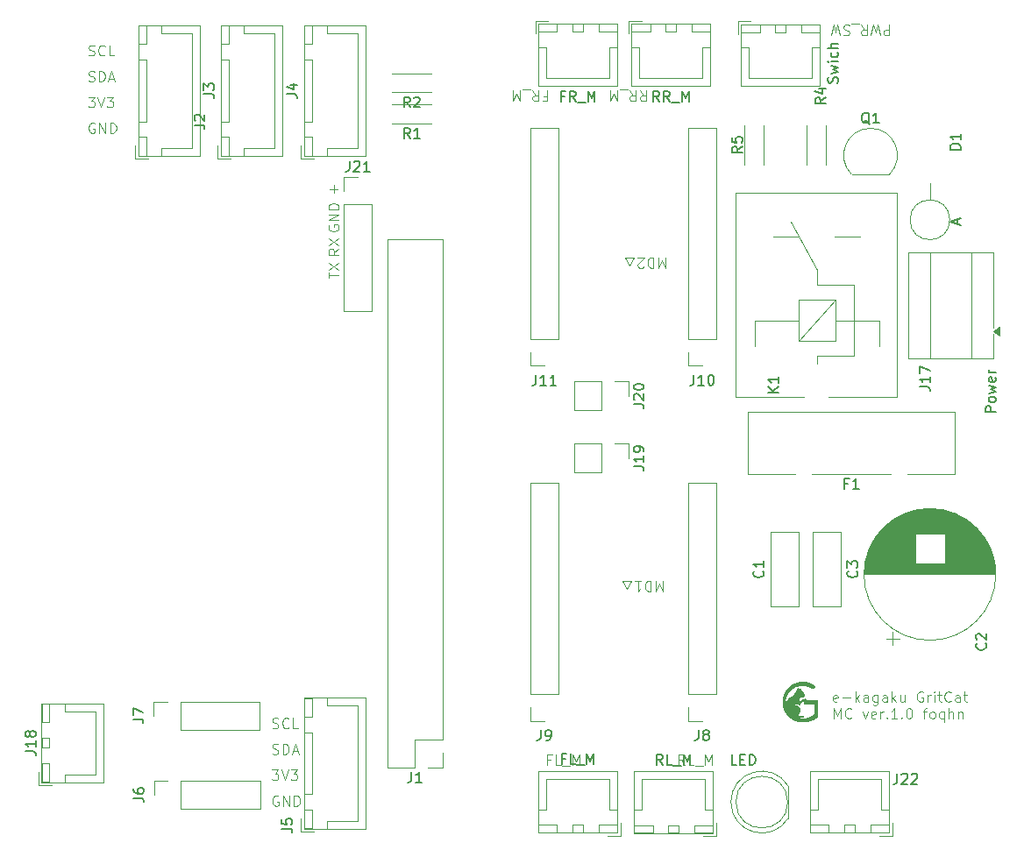
<source format=gbr>
%TF.GenerationSoftware,KiCad,Pcbnew,9.0.2*%
%TF.CreationDate,2025-11-23T17:01:27+09:00*%
%TF.ProjectId,Retriever1_mother,52657472-6965-4766-9572-315f6d6f7468,rev?*%
%TF.SameCoordinates,Original*%
%TF.FileFunction,Legend,Top*%
%TF.FilePolarity,Positive*%
%FSLAX46Y46*%
G04 Gerber Fmt 4.6, Leading zero omitted, Abs format (unit mm)*
G04 Created by KiCad (PCBNEW 9.0.2) date 2025-11-23 17:01:27*
%MOMM*%
%LPD*%
G01*
G04 APERTURE LIST*
%ADD10C,0.100000*%
%ADD11C,0.150000*%
%ADD12C,0.000000*%
%ADD13C,0.120000*%
G04 APERTURE END LIST*
D10*
X114082336Y-106772300D02*
X113987098Y-106819919D01*
X113987098Y-106819919D02*
X113796622Y-106819919D01*
X113796622Y-106819919D02*
X113701384Y-106772300D01*
X113701384Y-106772300D02*
X113653765Y-106677061D01*
X113653765Y-106677061D02*
X113653765Y-106296109D01*
X113653765Y-106296109D02*
X113701384Y-106200871D01*
X113701384Y-106200871D02*
X113796622Y-106153252D01*
X113796622Y-106153252D02*
X113987098Y-106153252D01*
X113987098Y-106153252D02*
X114082336Y-106200871D01*
X114082336Y-106200871D02*
X114129955Y-106296109D01*
X114129955Y-106296109D02*
X114129955Y-106391347D01*
X114129955Y-106391347D02*
X113653765Y-106486585D01*
X114558527Y-106438966D02*
X115320432Y-106438966D01*
X115796622Y-106819919D02*
X115796622Y-105819919D01*
X115891860Y-106438966D02*
X116177574Y-106819919D01*
X116177574Y-106153252D02*
X115796622Y-106534204D01*
X117034717Y-106819919D02*
X117034717Y-106296109D01*
X117034717Y-106296109D02*
X116987098Y-106200871D01*
X116987098Y-106200871D02*
X116891860Y-106153252D01*
X116891860Y-106153252D02*
X116701384Y-106153252D01*
X116701384Y-106153252D02*
X116606146Y-106200871D01*
X117034717Y-106772300D02*
X116939479Y-106819919D01*
X116939479Y-106819919D02*
X116701384Y-106819919D01*
X116701384Y-106819919D02*
X116606146Y-106772300D01*
X116606146Y-106772300D02*
X116558527Y-106677061D01*
X116558527Y-106677061D02*
X116558527Y-106581823D01*
X116558527Y-106581823D02*
X116606146Y-106486585D01*
X116606146Y-106486585D02*
X116701384Y-106438966D01*
X116701384Y-106438966D02*
X116939479Y-106438966D01*
X116939479Y-106438966D02*
X117034717Y-106391347D01*
X117939479Y-106153252D02*
X117939479Y-106962776D01*
X117939479Y-106962776D02*
X117891860Y-107058014D01*
X117891860Y-107058014D02*
X117844241Y-107105633D01*
X117844241Y-107105633D02*
X117749003Y-107153252D01*
X117749003Y-107153252D02*
X117606146Y-107153252D01*
X117606146Y-107153252D02*
X117510908Y-107105633D01*
X117939479Y-106772300D02*
X117844241Y-106819919D01*
X117844241Y-106819919D02*
X117653765Y-106819919D01*
X117653765Y-106819919D02*
X117558527Y-106772300D01*
X117558527Y-106772300D02*
X117510908Y-106724680D01*
X117510908Y-106724680D02*
X117463289Y-106629442D01*
X117463289Y-106629442D02*
X117463289Y-106343728D01*
X117463289Y-106343728D02*
X117510908Y-106248490D01*
X117510908Y-106248490D02*
X117558527Y-106200871D01*
X117558527Y-106200871D02*
X117653765Y-106153252D01*
X117653765Y-106153252D02*
X117844241Y-106153252D01*
X117844241Y-106153252D02*
X117939479Y-106200871D01*
X118844241Y-106819919D02*
X118844241Y-106296109D01*
X118844241Y-106296109D02*
X118796622Y-106200871D01*
X118796622Y-106200871D02*
X118701384Y-106153252D01*
X118701384Y-106153252D02*
X118510908Y-106153252D01*
X118510908Y-106153252D02*
X118415670Y-106200871D01*
X118844241Y-106772300D02*
X118749003Y-106819919D01*
X118749003Y-106819919D02*
X118510908Y-106819919D01*
X118510908Y-106819919D02*
X118415670Y-106772300D01*
X118415670Y-106772300D02*
X118368051Y-106677061D01*
X118368051Y-106677061D02*
X118368051Y-106581823D01*
X118368051Y-106581823D02*
X118415670Y-106486585D01*
X118415670Y-106486585D02*
X118510908Y-106438966D01*
X118510908Y-106438966D02*
X118749003Y-106438966D01*
X118749003Y-106438966D02*
X118844241Y-106391347D01*
X119320432Y-106819919D02*
X119320432Y-105819919D01*
X119415670Y-106438966D02*
X119701384Y-106819919D01*
X119701384Y-106153252D02*
X119320432Y-106534204D01*
X120558527Y-106153252D02*
X120558527Y-106819919D01*
X120129956Y-106153252D02*
X120129956Y-106677061D01*
X120129956Y-106677061D02*
X120177575Y-106772300D01*
X120177575Y-106772300D02*
X120272813Y-106819919D01*
X120272813Y-106819919D02*
X120415670Y-106819919D01*
X120415670Y-106819919D02*
X120510908Y-106772300D01*
X120510908Y-106772300D02*
X120558527Y-106724680D01*
X122320432Y-105867538D02*
X122225194Y-105819919D01*
X122225194Y-105819919D02*
X122082337Y-105819919D01*
X122082337Y-105819919D02*
X121939480Y-105867538D01*
X121939480Y-105867538D02*
X121844242Y-105962776D01*
X121844242Y-105962776D02*
X121796623Y-106058014D01*
X121796623Y-106058014D02*
X121749004Y-106248490D01*
X121749004Y-106248490D02*
X121749004Y-106391347D01*
X121749004Y-106391347D02*
X121796623Y-106581823D01*
X121796623Y-106581823D02*
X121844242Y-106677061D01*
X121844242Y-106677061D02*
X121939480Y-106772300D01*
X121939480Y-106772300D02*
X122082337Y-106819919D01*
X122082337Y-106819919D02*
X122177575Y-106819919D01*
X122177575Y-106819919D02*
X122320432Y-106772300D01*
X122320432Y-106772300D02*
X122368051Y-106724680D01*
X122368051Y-106724680D02*
X122368051Y-106391347D01*
X122368051Y-106391347D02*
X122177575Y-106391347D01*
X122796623Y-106819919D02*
X122796623Y-106153252D01*
X122796623Y-106343728D02*
X122844242Y-106248490D01*
X122844242Y-106248490D02*
X122891861Y-106200871D01*
X122891861Y-106200871D02*
X122987099Y-106153252D01*
X122987099Y-106153252D02*
X123082337Y-106153252D01*
X123415671Y-106819919D02*
X123415671Y-106153252D01*
X123415671Y-105819919D02*
X123368052Y-105867538D01*
X123368052Y-105867538D02*
X123415671Y-105915157D01*
X123415671Y-105915157D02*
X123463290Y-105867538D01*
X123463290Y-105867538D02*
X123415671Y-105819919D01*
X123415671Y-105819919D02*
X123415671Y-105915157D01*
X123749004Y-106153252D02*
X124129956Y-106153252D01*
X123891861Y-105819919D02*
X123891861Y-106677061D01*
X123891861Y-106677061D02*
X123939480Y-106772300D01*
X123939480Y-106772300D02*
X124034718Y-106819919D01*
X124034718Y-106819919D02*
X124129956Y-106819919D01*
X125034718Y-106724680D02*
X124987099Y-106772300D01*
X124987099Y-106772300D02*
X124844242Y-106819919D01*
X124844242Y-106819919D02*
X124749004Y-106819919D01*
X124749004Y-106819919D02*
X124606147Y-106772300D01*
X124606147Y-106772300D02*
X124510909Y-106677061D01*
X124510909Y-106677061D02*
X124463290Y-106581823D01*
X124463290Y-106581823D02*
X124415671Y-106391347D01*
X124415671Y-106391347D02*
X124415671Y-106248490D01*
X124415671Y-106248490D02*
X124463290Y-106058014D01*
X124463290Y-106058014D02*
X124510909Y-105962776D01*
X124510909Y-105962776D02*
X124606147Y-105867538D01*
X124606147Y-105867538D02*
X124749004Y-105819919D01*
X124749004Y-105819919D02*
X124844242Y-105819919D01*
X124844242Y-105819919D02*
X124987099Y-105867538D01*
X124987099Y-105867538D02*
X125034718Y-105915157D01*
X125891861Y-106819919D02*
X125891861Y-106296109D01*
X125891861Y-106296109D02*
X125844242Y-106200871D01*
X125844242Y-106200871D02*
X125749004Y-106153252D01*
X125749004Y-106153252D02*
X125558528Y-106153252D01*
X125558528Y-106153252D02*
X125463290Y-106200871D01*
X125891861Y-106772300D02*
X125796623Y-106819919D01*
X125796623Y-106819919D02*
X125558528Y-106819919D01*
X125558528Y-106819919D02*
X125463290Y-106772300D01*
X125463290Y-106772300D02*
X125415671Y-106677061D01*
X125415671Y-106677061D02*
X125415671Y-106581823D01*
X125415671Y-106581823D02*
X125463290Y-106486585D01*
X125463290Y-106486585D02*
X125558528Y-106438966D01*
X125558528Y-106438966D02*
X125796623Y-106438966D01*
X125796623Y-106438966D02*
X125891861Y-106391347D01*
X126225195Y-106153252D02*
X126606147Y-106153252D01*
X126368052Y-105819919D02*
X126368052Y-106677061D01*
X126368052Y-106677061D02*
X126415671Y-106772300D01*
X126415671Y-106772300D02*
X126510909Y-106819919D01*
X126510909Y-106819919D02*
X126606147Y-106819919D01*
X113701384Y-108429863D02*
X113701384Y-107429863D01*
X113701384Y-107429863D02*
X114034717Y-108144148D01*
X114034717Y-108144148D02*
X114368050Y-107429863D01*
X114368050Y-107429863D02*
X114368050Y-108429863D01*
X115415669Y-108334624D02*
X115368050Y-108382244D01*
X115368050Y-108382244D02*
X115225193Y-108429863D01*
X115225193Y-108429863D02*
X115129955Y-108429863D01*
X115129955Y-108429863D02*
X114987098Y-108382244D01*
X114987098Y-108382244D02*
X114891860Y-108287005D01*
X114891860Y-108287005D02*
X114844241Y-108191767D01*
X114844241Y-108191767D02*
X114796622Y-108001291D01*
X114796622Y-108001291D02*
X114796622Y-107858434D01*
X114796622Y-107858434D02*
X114844241Y-107667958D01*
X114844241Y-107667958D02*
X114891860Y-107572720D01*
X114891860Y-107572720D02*
X114987098Y-107477482D01*
X114987098Y-107477482D02*
X115129955Y-107429863D01*
X115129955Y-107429863D02*
X115225193Y-107429863D01*
X115225193Y-107429863D02*
X115368050Y-107477482D01*
X115368050Y-107477482D02*
X115415669Y-107525101D01*
X116510908Y-107763196D02*
X116749003Y-108429863D01*
X116749003Y-108429863D02*
X116987098Y-107763196D01*
X117749003Y-108382244D02*
X117653765Y-108429863D01*
X117653765Y-108429863D02*
X117463289Y-108429863D01*
X117463289Y-108429863D02*
X117368051Y-108382244D01*
X117368051Y-108382244D02*
X117320432Y-108287005D01*
X117320432Y-108287005D02*
X117320432Y-107906053D01*
X117320432Y-107906053D02*
X117368051Y-107810815D01*
X117368051Y-107810815D02*
X117463289Y-107763196D01*
X117463289Y-107763196D02*
X117653765Y-107763196D01*
X117653765Y-107763196D02*
X117749003Y-107810815D01*
X117749003Y-107810815D02*
X117796622Y-107906053D01*
X117796622Y-107906053D02*
X117796622Y-108001291D01*
X117796622Y-108001291D02*
X117320432Y-108096529D01*
X118225194Y-108429863D02*
X118225194Y-107763196D01*
X118225194Y-107953672D02*
X118272813Y-107858434D01*
X118272813Y-107858434D02*
X118320432Y-107810815D01*
X118320432Y-107810815D02*
X118415670Y-107763196D01*
X118415670Y-107763196D02*
X118510908Y-107763196D01*
X118844242Y-108334624D02*
X118891861Y-108382244D01*
X118891861Y-108382244D02*
X118844242Y-108429863D01*
X118844242Y-108429863D02*
X118796623Y-108382244D01*
X118796623Y-108382244D02*
X118844242Y-108334624D01*
X118844242Y-108334624D02*
X118844242Y-108429863D01*
X119844241Y-108429863D02*
X119272813Y-108429863D01*
X119558527Y-108429863D02*
X119558527Y-107429863D01*
X119558527Y-107429863D02*
X119463289Y-107572720D01*
X119463289Y-107572720D02*
X119368051Y-107667958D01*
X119368051Y-107667958D02*
X119272813Y-107715577D01*
X120272813Y-108334624D02*
X120320432Y-108382244D01*
X120320432Y-108382244D02*
X120272813Y-108429863D01*
X120272813Y-108429863D02*
X120225194Y-108382244D01*
X120225194Y-108382244D02*
X120272813Y-108334624D01*
X120272813Y-108334624D02*
X120272813Y-108429863D01*
X120939479Y-107429863D02*
X121034717Y-107429863D01*
X121034717Y-107429863D02*
X121129955Y-107477482D01*
X121129955Y-107477482D02*
X121177574Y-107525101D01*
X121177574Y-107525101D02*
X121225193Y-107620339D01*
X121225193Y-107620339D02*
X121272812Y-107810815D01*
X121272812Y-107810815D02*
X121272812Y-108048910D01*
X121272812Y-108048910D02*
X121225193Y-108239386D01*
X121225193Y-108239386D02*
X121177574Y-108334624D01*
X121177574Y-108334624D02*
X121129955Y-108382244D01*
X121129955Y-108382244D02*
X121034717Y-108429863D01*
X121034717Y-108429863D02*
X120939479Y-108429863D01*
X120939479Y-108429863D02*
X120844241Y-108382244D01*
X120844241Y-108382244D02*
X120796622Y-108334624D01*
X120796622Y-108334624D02*
X120749003Y-108239386D01*
X120749003Y-108239386D02*
X120701384Y-108048910D01*
X120701384Y-108048910D02*
X120701384Y-107810815D01*
X120701384Y-107810815D02*
X120749003Y-107620339D01*
X120749003Y-107620339D02*
X120796622Y-107525101D01*
X120796622Y-107525101D02*
X120844241Y-107477482D01*
X120844241Y-107477482D02*
X120939479Y-107429863D01*
X122320432Y-107763196D02*
X122701384Y-107763196D01*
X122463289Y-108429863D02*
X122463289Y-107572720D01*
X122463289Y-107572720D02*
X122510908Y-107477482D01*
X122510908Y-107477482D02*
X122606146Y-107429863D01*
X122606146Y-107429863D02*
X122701384Y-107429863D01*
X123177575Y-108429863D02*
X123082337Y-108382244D01*
X123082337Y-108382244D02*
X123034718Y-108334624D01*
X123034718Y-108334624D02*
X122987099Y-108239386D01*
X122987099Y-108239386D02*
X122987099Y-107953672D01*
X122987099Y-107953672D02*
X123034718Y-107858434D01*
X123034718Y-107858434D02*
X123082337Y-107810815D01*
X123082337Y-107810815D02*
X123177575Y-107763196D01*
X123177575Y-107763196D02*
X123320432Y-107763196D01*
X123320432Y-107763196D02*
X123415670Y-107810815D01*
X123415670Y-107810815D02*
X123463289Y-107858434D01*
X123463289Y-107858434D02*
X123510908Y-107953672D01*
X123510908Y-107953672D02*
X123510908Y-108239386D01*
X123510908Y-108239386D02*
X123463289Y-108334624D01*
X123463289Y-108334624D02*
X123415670Y-108382244D01*
X123415670Y-108382244D02*
X123320432Y-108429863D01*
X123320432Y-108429863D02*
X123177575Y-108429863D01*
X124368051Y-107763196D02*
X124368051Y-108763196D01*
X124368051Y-108382244D02*
X124272813Y-108429863D01*
X124272813Y-108429863D02*
X124082337Y-108429863D01*
X124082337Y-108429863D02*
X123987099Y-108382244D01*
X123987099Y-108382244D02*
X123939480Y-108334624D01*
X123939480Y-108334624D02*
X123891861Y-108239386D01*
X123891861Y-108239386D02*
X123891861Y-107953672D01*
X123891861Y-107953672D02*
X123939480Y-107858434D01*
X123939480Y-107858434D02*
X123987099Y-107810815D01*
X123987099Y-107810815D02*
X124082337Y-107763196D01*
X124082337Y-107763196D02*
X124272813Y-107763196D01*
X124272813Y-107763196D02*
X124368051Y-107810815D01*
X124844242Y-108429863D02*
X124844242Y-107429863D01*
X125272813Y-108429863D02*
X125272813Y-107906053D01*
X125272813Y-107906053D02*
X125225194Y-107810815D01*
X125225194Y-107810815D02*
X125129956Y-107763196D01*
X125129956Y-107763196D02*
X124987099Y-107763196D01*
X124987099Y-107763196D02*
X124891861Y-107810815D01*
X124891861Y-107810815D02*
X124844242Y-107858434D01*
X125749004Y-107763196D02*
X125749004Y-108429863D01*
X125749004Y-107858434D02*
X125796623Y-107810815D01*
X125796623Y-107810815D02*
X125891861Y-107763196D01*
X125891861Y-107763196D02*
X126034718Y-107763196D01*
X126034718Y-107763196D02*
X126129956Y-107810815D01*
X126129956Y-107810815D02*
X126177575Y-107906053D01*
X126177575Y-107906053D02*
X126177575Y-108429863D01*
X86362217Y-112378609D02*
X86028884Y-112378609D01*
X86028884Y-112902419D02*
X86028884Y-111902419D01*
X86028884Y-111902419D02*
X86505074Y-111902419D01*
X87362217Y-112902419D02*
X86886027Y-112902419D01*
X86886027Y-112902419D02*
X86886027Y-111902419D01*
X87457456Y-112997657D02*
X88219360Y-112997657D01*
X88457456Y-112902419D02*
X88457456Y-111902419D01*
X88457456Y-111902419D02*
X88790789Y-112616704D01*
X88790789Y-112616704D02*
X89124122Y-111902419D01*
X89124122Y-111902419D02*
X89124122Y-112902419D01*
X97446115Y-63877580D02*
X97446115Y-64877580D01*
X97446115Y-64877580D02*
X97112782Y-64163295D01*
X97112782Y-64163295D02*
X96779449Y-64877580D01*
X96779449Y-64877580D02*
X96779449Y-63877580D01*
X96303258Y-63877580D02*
X96303258Y-64877580D01*
X96303258Y-64877580D02*
X96065163Y-64877580D01*
X96065163Y-64877580D02*
X95922306Y-64829961D01*
X95922306Y-64829961D02*
X95827068Y-64734723D01*
X95827068Y-64734723D02*
X95779449Y-64639485D01*
X95779449Y-64639485D02*
X95731830Y-64449009D01*
X95731830Y-64449009D02*
X95731830Y-64306152D01*
X95731830Y-64306152D02*
X95779449Y-64115676D01*
X95779449Y-64115676D02*
X95827068Y-64020438D01*
X95827068Y-64020438D02*
X95922306Y-63925200D01*
X95922306Y-63925200D02*
X96065163Y-63877580D01*
X96065163Y-63877580D02*
X96303258Y-63877580D01*
X95350877Y-64782342D02*
X95303258Y-64829961D01*
X95303258Y-64829961D02*
X95208020Y-64877580D01*
X95208020Y-64877580D02*
X94969925Y-64877580D01*
X94969925Y-64877580D02*
X94874687Y-64829961D01*
X94874687Y-64829961D02*
X94827068Y-64782342D01*
X94827068Y-64782342D02*
X94779449Y-64687104D01*
X94779449Y-64687104D02*
X94779449Y-64591866D01*
X94779449Y-64591866D02*
X94827068Y-64449009D01*
X94827068Y-64449009D02*
X95398496Y-63877580D01*
X95398496Y-63877580D02*
X94779449Y-63877580D01*
X93969925Y-64639485D02*
X93541353Y-63877580D01*
X93541353Y-63877580D02*
X94398496Y-63877580D01*
X94398496Y-63877580D02*
X93969925Y-64639485D01*
X95009687Y-47752580D02*
X95343020Y-48228771D01*
X95581115Y-47752580D02*
X95581115Y-48752580D01*
X95581115Y-48752580D02*
X95200163Y-48752580D01*
X95200163Y-48752580D02*
X95104925Y-48704961D01*
X95104925Y-48704961D02*
X95057306Y-48657342D01*
X95057306Y-48657342D02*
X95009687Y-48562104D01*
X95009687Y-48562104D02*
X95009687Y-48419247D01*
X95009687Y-48419247D02*
X95057306Y-48324009D01*
X95057306Y-48324009D02*
X95104925Y-48276390D01*
X95104925Y-48276390D02*
X95200163Y-48228771D01*
X95200163Y-48228771D02*
X95581115Y-48228771D01*
X94009687Y-47752580D02*
X94343020Y-48228771D01*
X94581115Y-47752580D02*
X94581115Y-48752580D01*
X94581115Y-48752580D02*
X94200163Y-48752580D01*
X94200163Y-48752580D02*
X94104925Y-48704961D01*
X94104925Y-48704961D02*
X94057306Y-48657342D01*
X94057306Y-48657342D02*
X94009687Y-48562104D01*
X94009687Y-48562104D02*
X94009687Y-48419247D01*
X94009687Y-48419247D02*
X94057306Y-48324009D01*
X94057306Y-48324009D02*
X94104925Y-48276390D01*
X94104925Y-48276390D02*
X94200163Y-48228771D01*
X94200163Y-48228771D02*
X94581115Y-48228771D01*
X93819211Y-47657342D02*
X93057306Y-47657342D01*
X92819210Y-47752580D02*
X92819210Y-48752580D01*
X92819210Y-48752580D02*
X92485877Y-48038295D01*
X92485877Y-48038295D02*
X92152544Y-48752580D01*
X92152544Y-48752580D02*
X92152544Y-47752580D01*
X60077693Y-115920038D02*
X59982455Y-115872419D01*
X59982455Y-115872419D02*
X59839598Y-115872419D01*
X59839598Y-115872419D02*
X59696741Y-115920038D01*
X59696741Y-115920038D02*
X59601503Y-116015276D01*
X59601503Y-116015276D02*
X59553884Y-116110514D01*
X59553884Y-116110514D02*
X59506265Y-116300990D01*
X59506265Y-116300990D02*
X59506265Y-116443847D01*
X59506265Y-116443847D02*
X59553884Y-116634323D01*
X59553884Y-116634323D02*
X59601503Y-116729561D01*
X59601503Y-116729561D02*
X59696741Y-116824800D01*
X59696741Y-116824800D02*
X59839598Y-116872419D01*
X59839598Y-116872419D02*
X59934836Y-116872419D01*
X59934836Y-116872419D02*
X60077693Y-116824800D01*
X60077693Y-116824800D02*
X60125312Y-116777180D01*
X60125312Y-116777180D02*
X60125312Y-116443847D01*
X60125312Y-116443847D02*
X59934836Y-116443847D01*
X60553884Y-116872419D02*
X60553884Y-115872419D01*
X60553884Y-115872419D02*
X61125312Y-116872419D01*
X61125312Y-116872419D02*
X61125312Y-115872419D01*
X61601503Y-116872419D02*
X61601503Y-115872419D01*
X61601503Y-115872419D02*
X61839598Y-115872419D01*
X61839598Y-115872419D02*
X61982455Y-115920038D01*
X61982455Y-115920038D02*
X62077693Y-116015276D01*
X62077693Y-116015276D02*
X62125312Y-116110514D01*
X62125312Y-116110514D02*
X62172931Y-116300990D01*
X62172931Y-116300990D02*
X62172931Y-116443847D01*
X62172931Y-116443847D02*
X62125312Y-116634323D01*
X62125312Y-116634323D02*
X62077693Y-116729561D01*
X62077693Y-116729561D02*
X61982455Y-116824800D01*
X61982455Y-116824800D02*
X61839598Y-116872419D01*
X61839598Y-116872419D02*
X61601503Y-116872419D01*
X41708646Y-48372419D02*
X42327693Y-48372419D01*
X42327693Y-48372419D02*
X41994360Y-48753371D01*
X41994360Y-48753371D02*
X42137217Y-48753371D01*
X42137217Y-48753371D02*
X42232455Y-48800990D01*
X42232455Y-48800990D02*
X42280074Y-48848609D01*
X42280074Y-48848609D02*
X42327693Y-48943847D01*
X42327693Y-48943847D02*
X42327693Y-49181942D01*
X42327693Y-49181942D02*
X42280074Y-49277180D01*
X42280074Y-49277180D02*
X42232455Y-49324800D01*
X42232455Y-49324800D02*
X42137217Y-49372419D01*
X42137217Y-49372419D02*
X41851503Y-49372419D01*
X41851503Y-49372419D02*
X41756265Y-49324800D01*
X41756265Y-49324800D02*
X41708646Y-49277180D01*
X42613408Y-48372419D02*
X42946741Y-49372419D01*
X42946741Y-49372419D02*
X43280074Y-48372419D01*
X43518170Y-48372419D02*
X44137217Y-48372419D01*
X44137217Y-48372419D02*
X43803884Y-48753371D01*
X43803884Y-48753371D02*
X43946741Y-48753371D01*
X43946741Y-48753371D02*
X44041979Y-48800990D01*
X44041979Y-48800990D02*
X44089598Y-48848609D01*
X44089598Y-48848609D02*
X44137217Y-48943847D01*
X44137217Y-48943847D02*
X44137217Y-49181942D01*
X44137217Y-49181942D02*
X44089598Y-49277180D01*
X44089598Y-49277180D02*
X44041979Y-49324800D01*
X44041979Y-49324800D02*
X43946741Y-49372419D01*
X43946741Y-49372419D02*
X43661027Y-49372419D01*
X43661027Y-49372419D02*
X43565789Y-49324800D01*
X43565789Y-49324800D02*
X43518170Y-49277180D01*
X59506265Y-109324800D02*
X59649122Y-109372419D01*
X59649122Y-109372419D02*
X59887217Y-109372419D01*
X59887217Y-109372419D02*
X59982455Y-109324800D01*
X59982455Y-109324800D02*
X60030074Y-109277180D01*
X60030074Y-109277180D02*
X60077693Y-109181942D01*
X60077693Y-109181942D02*
X60077693Y-109086704D01*
X60077693Y-109086704D02*
X60030074Y-108991466D01*
X60030074Y-108991466D02*
X59982455Y-108943847D01*
X59982455Y-108943847D02*
X59887217Y-108896228D01*
X59887217Y-108896228D02*
X59696741Y-108848609D01*
X59696741Y-108848609D02*
X59601503Y-108800990D01*
X59601503Y-108800990D02*
X59553884Y-108753371D01*
X59553884Y-108753371D02*
X59506265Y-108658133D01*
X59506265Y-108658133D02*
X59506265Y-108562895D01*
X59506265Y-108562895D02*
X59553884Y-108467657D01*
X59553884Y-108467657D02*
X59601503Y-108420038D01*
X59601503Y-108420038D02*
X59696741Y-108372419D01*
X59696741Y-108372419D02*
X59934836Y-108372419D01*
X59934836Y-108372419D02*
X60077693Y-108420038D01*
X61077693Y-109277180D02*
X61030074Y-109324800D01*
X61030074Y-109324800D02*
X60887217Y-109372419D01*
X60887217Y-109372419D02*
X60791979Y-109372419D01*
X60791979Y-109372419D02*
X60649122Y-109324800D01*
X60649122Y-109324800D02*
X60553884Y-109229561D01*
X60553884Y-109229561D02*
X60506265Y-109134323D01*
X60506265Y-109134323D02*
X60458646Y-108943847D01*
X60458646Y-108943847D02*
X60458646Y-108800990D01*
X60458646Y-108800990D02*
X60506265Y-108610514D01*
X60506265Y-108610514D02*
X60553884Y-108515276D01*
X60553884Y-108515276D02*
X60649122Y-108420038D01*
X60649122Y-108420038D02*
X60791979Y-108372419D01*
X60791979Y-108372419D02*
X60887217Y-108372419D01*
X60887217Y-108372419D02*
X61030074Y-108420038D01*
X61030074Y-108420038D02*
X61077693Y-108467657D01*
X61982455Y-109372419D02*
X61506265Y-109372419D01*
X61506265Y-109372419D02*
X61506265Y-108372419D01*
X41756265Y-44324800D02*
X41899122Y-44372419D01*
X41899122Y-44372419D02*
X42137217Y-44372419D01*
X42137217Y-44372419D02*
X42232455Y-44324800D01*
X42232455Y-44324800D02*
X42280074Y-44277180D01*
X42280074Y-44277180D02*
X42327693Y-44181942D01*
X42327693Y-44181942D02*
X42327693Y-44086704D01*
X42327693Y-44086704D02*
X42280074Y-43991466D01*
X42280074Y-43991466D02*
X42232455Y-43943847D01*
X42232455Y-43943847D02*
X42137217Y-43896228D01*
X42137217Y-43896228D02*
X41946741Y-43848609D01*
X41946741Y-43848609D02*
X41851503Y-43800990D01*
X41851503Y-43800990D02*
X41803884Y-43753371D01*
X41803884Y-43753371D02*
X41756265Y-43658133D01*
X41756265Y-43658133D02*
X41756265Y-43562895D01*
X41756265Y-43562895D02*
X41803884Y-43467657D01*
X41803884Y-43467657D02*
X41851503Y-43420038D01*
X41851503Y-43420038D02*
X41946741Y-43372419D01*
X41946741Y-43372419D02*
X42184836Y-43372419D01*
X42184836Y-43372419D02*
X42327693Y-43420038D01*
X43327693Y-44277180D02*
X43280074Y-44324800D01*
X43280074Y-44324800D02*
X43137217Y-44372419D01*
X43137217Y-44372419D02*
X43041979Y-44372419D01*
X43041979Y-44372419D02*
X42899122Y-44324800D01*
X42899122Y-44324800D02*
X42803884Y-44229561D01*
X42803884Y-44229561D02*
X42756265Y-44134323D01*
X42756265Y-44134323D02*
X42708646Y-43943847D01*
X42708646Y-43943847D02*
X42708646Y-43800990D01*
X42708646Y-43800990D02*
X42756265Y-43610514D01*
X42756265Y-43610514D02*
X42803884Y-43515276D01*
X42803884Y-43515276D02*
X42899122Y-43420038D01*
X42899122Y-43420038D02*
X43041979Y-43372419D01*
X43041979Y-43372419D02*
X43137217Y-43372419D01*
X43137217Y-43372419D02*
X43280074Y-43420038D01*
X43280074Y-43420038D02*
X43327693Y-43467657D01*
X44232455Y-44372419D02*
X43756265Y-44372419D01*
X43756265Y-44372419D02*
X43756265Y-43372419D01*
X59506265Y-111824800D02*
X59649122Y-111872419D01*
X59649122Y-111872419D02*
X59887217Y-111872419D01*
X59887217Y-111872419D02*
X59982455Y-111824800D01*
X59982455Y-111824800D02*
X60030074Y-111777180D01*
X60030074Y-111777180D02*
X60077693Y-111681942D01*
X60077693Y-111681942D02*
X60077693Y-111586704D01*
X60077693Y-111586704D02*
X60030074Y-111491466D01*
X60030074Y-111491466D02*
X59982455Y-111443847D01*
X59982455Y-111443847D02*
X59887217Y-111396228D01*
X59887217Y-111396228D02*
X59696741Y-111348609D01*
X59696741Y-111348609D02*
X59601503Y-111300990D01*
X59601503Y-111300990D02*
X59553884Y-111253371D01*
X59553884Y-111253371D02*
X59506265Y-111158133D01*
X59506265Y-111158133D02*
X59506265Y-111062895D01*
X59506265Y-111062895D02*
X59553884Y-110967657D01*
X59553884Y-110967657D02*
X59601503Y-110920038D01*
X59601503Y-110920038D02*
X59696741Y-110872419D01*
X59696741Y-110872419D02*
X59934836Y-110872419D01*
X59934836Y-110872419D02*
X60077693Y-110920038D01*
X60506265Y-111872419D02*
X60506265Y-110872419D01*
X60506265Y-110872419D02*
X60744360Y-110872419D01*
X60744360Y-110872419D02*
X60887217Y-110920038D01*
X60887217Y-110920038D02*
X60982455Y-111015276D01*
X60982455Y-111015276D02*
X61030074Y-111110514D01*
X61030074Y-111110514D02*
X61077693Y-111300990D01*
X61077693Y-111300990D02*
X61077693Y-111443847D01*
X61077693Y-111443847D02*
X61030074Y-111634323D01*
X61030074Y-111634323D02*
X60982455Y-111729561D01*
X60982455Y-111729561D02*
X60887217Y-111824800D01*
X60887217Y-111824800D02*
X60744360Y-111872419D01*
X60744360Y-111872419D02*
X60506265Y-111872419D01*
X61458646Y-111586704D02*
X61934836Y-111586704D01*
X61363408Y-111872419D02*
X61696741Y-110872419D01*
X61696741Y-110872419D02*
X62030074Y-111872419D01*
X65073884Y-57276466D02*
X65835789Y-57276466D01*
X65454836Y-57657419D02*
X65454836Y-56895514D01*
X42327693Y-50920038D02*
X42232455Y-50872419D01*
X42232455Y-50872419D02*
X42089598Y-50872419D01*
X42089598Y-50872419D02*
X41946741Y-50920038D01*
X41946741Y-50920038D02*
X41851503Y-51015276D01*
X41851503Y-51015276D02*
X41803884Y-51110514D01*
X41803884Y-51110514D02*
X41756265Y-51300990D01*
X41756265Y-51300990D02*
X41756265Y-51443847D01*
X41756265Y-51443847D02*
X41803884Y-51634323D01*
X41803884Y-51634323D02*
X41851503Y-51729561D01*
X41851503Y-51729561D02*
X41946741Y-51824800D01*
X41946741Y-51824800D02*
X42089598Y-51872419D01*
X42089598Y-51872419D02*
X42184836Y-51872419D01*
X42184836Y-51872419D02*
X42327693Y-51824800D01*
X42327693Y-51824800D02*
X42375312Y-51777180D01*
X42375312Y-51777180D02*
X42375312Y-51443847D01*
X42375312Y-51443847D02*
X42184836Y-51443847D01*
X42803884Y-51872419D02*
X42803884Y-50872419D01*
X42803884Y-50872419D02*
X43375312Y-51872419D01*
X43375312Y-51872419D02*
X43375312Y-50872419D01*
X43851503Y-51872419D02*
X43851503Y-50872419D01*
X43851503Y-50872419D02*
X44089598Y-50872419D01*
X44089598Y-50872419D02*
X44232455Y-50920038D01*
X44232455Y-50920038D02*
X44327693Y-51015276D01*
X44327693Y-51015276D02*
X44375312Y-51110514D01*
X44375312Y-51110514D02*
X44422931Y-51300990D01*
X44422931Y-51300990D02*
X44422931Y-51443847D01*
X44422931Y-51443847D02*
X44375312Y-51634323D01*
X44375312Y-51634323D02*
X44327693Y-51729561D01*
X44327693Y-51729561D02*
X44232455Y-51824800D01*
X44232455Y-51824800D02*
X44089598Y-51872419D01*
X44089598Y-51872419D02*
X43851503Y-51872419D01*
X64960038Y-60767306D02*
X64912419Y-60862544D01*
X64912419Y-60862544D02*
X64912419Y-61005401D01*
X64912419Y-61005401D02*
X64960038Y-61148258D01*
X64960038Y-61148258D02*
X65055276Y-61243496D01*
X65055276Y-61243496D02*
X65150514Y-61291115D01*
X65150514Y-61291115D02*
X65340990Y-61338734D01*
X65340990Y-61338734D02*
X65483847Y-61338734D01*
X65483847Y-61338734D02*
X65674323Y-61291115D01*
X65674323Y-61291115D02*
X65769561Y-61243496D01*
X65769561Y-61243496D02*
X65864800Y-61148258D01*
X65864800Y-61148258D02*
X65912419Y-61005401D01*
X65912419Y-61005401D02*
X65912419Y-60910163D01*
X65912419Y-60910163D02*
X65864800Y-60767306D01*
X65864800Y-60767306D02*
X65817180Y-60719687D01*
X65817180Y-60719687D02*
X65483847Y-60719687D01*
X65483847Y-60719687D02*
X65483847Y-60910163D01*
X65912419Y-60291115D02*
X64912419Y-60291115D01*
X64912419Y-60291115D02*
X65912419Y-59719687D01*
X65912419Y-59719687D02*
X64912419Y-59719687D01*
X65912419Y-59243496D02*
X64912419Y-59243496D01*
X64912419Y-59243496D02*
X64912419Y-59005401D01*
X64912419Y-59005401D02*
X64960038Y-58862544D01*
X64960038Y-58862544D02*
X65055276Y-58767306D01*
X65055276Y-58767306D02*
X65150514Y-58719687D01*
X65150514Y-58719687D02*
X65340990Y-58672068D01*
X65340990Y-58672068D02*
X65483847Y-58672068D01*
X65483847Y-58672068D02*
X65674323Y-58719687D01*
X65674323Y-58719687D02*
X65769561Y-58767306D01*
X65769561Y-58767306D02*
X65864800Y-58862544D01*
X65864800Y-58862544D02*
X65912419Y-59005401D01*
X65912419Y-59005401D02*
X65912419Y-59243496D01*
X85722782Y-48276390D02*
X86056115Y-48276390D01*
X86056115Y-47752580D02*
X86056115Y-48752580D01*
X86056115Y-48752580D02*
X85579925Y-48752580D01*
X84627544Y-47752580D02*
X84960877Y-48228771D01*
X85198972Y-47752580D02*
X85198972Y-48752580D01*
X85198972Y-48752580D02*
X84818020Y-48752580D01*
X84818020Y-48752580D02*
X84722782Y-48704961D01*
X84722782Y-48704961D02*
X84675163Y-48657342D01*
X84675163Y-48657342D02*
X84627544Y-48562104D01*
X84627544Y-48562104D02*
X84627544Y-48419247D01*
X84627544Y-48419247D02*
X84675163Y-48324009D01*
X84675163Y-48324009D02*
X84722782Y-48276390D01*
X84722782Y-48276390D02*
X84818020Y-48228771D01*
X84818020Y-48228771D02*
X85198972Y-48228771D01*
X84437068Y-47657342D02*
X83675163Y-47657342D01*
X83437067Y-47752580D02*
X83437067Y-48752580D01*
X83437067Y-48752580D02*
X83103734Y-48038295D01*
X83103734Y-48038295D02*
X82770401Y-48752580D01*
X82770401Y-48752580D02*
X82770401Y-47752580D01*
X65912419Y-63029687D02*
X65436228Y-63363020D01*
X65912419Y-63601115D02*
X64912419Y-63601115D01*
X64912419Y-63601115D02*
X64912419Y-63220163D01*
X64912419Y-63220163D02*
X64960038Y-63124925D01*
X64960038Y-63124925D02*
X65007657Y-63077306D01*
X65007657Y-63077306D02*
X65102895Y-63029687D01*
X65102895Y-63029687D02*
X65245752Y-63029687D01*
X65245752Y-63029687D02*
X65340990Y-63077306D01*
X65340990Y-63077306D02*
X65388609Y-63124925D01*
X65388609Y-63124925D02*
X65436228Y-63220163D01*
X65436228Y-63220163D02*
X65436228Y-63601115D01*
X64912419Y-62696353D02*
X65912419Y-62029687D01*
X64912419Y-62029687D02*
X65912419Y-62696353D01*
X97196115Y-95127580D02*
X97196115Y-96127580D01*
X97196115Y-96127580D02*
X96862782Y-95413295D01*
X96862782Y-95413295D02*
X96529449Y-96127580D01*
X96529449Y-96127580D02*
X96529449Y-95127580D01*
X96053258Y-95127580D02*
X96053258Y-96127580D01*
X96053258Y-96127580D02*
X95815163Y-96127580D01*
X95815163Y-96127580D02*
X95672306Y-96079961D01*
X95672306Y-96079961D02*
X95577068Y-95984723D01*
X95577068Y-95984723D02*
X95529449Y-95889485D01*
X95529449Y-95889485D02*
X95481830Y-95699009D01*
X95481830Y-95699009D02*
X95481830Y-95556152D01*
X95481830Y-95556152D02*
X95529449Y-95365676D01*
X95529449Y-95365676D02*
X95577068Y-95270438D01*
X95577068Y-95270438D02*
X95672306Y-95175200D01*
X95672306Y-95175200D02*
X95815163Y-95127580D01*
X95815163Y-95127580D02*
X96053258Y-95127580D01*
X94529449Y-95127580D02*
X95100877Y-95127580D01*
X94815163Y-95127580D02*
X94815163Y-96127580D01*
X94815163Y-96127580D02*
X94910401Y-95984723D01*
X94910401Y-95984723D02*
X95005639Y-95889485D01*
X95005639Y-95889485D02*
X95100877Y-95841866D01*
X93719925Y-95889485D02*
X93291353Y-95127580D01*
X93291353Y-95127580D02*
X94148496Y-95127580D01*
X94148496Y-95127580D02*
X93719925Y-95889485D01*
X99300312Y-112902419D02*
X98966979Y-112426228D01*
X98728884Y-112902419D02*
X98728884Y-111902419D01*
X98728884Y-111902419D02*
X99109836Y-111902419D01*
X99109836Y-111902419D02*
X99205074Y-111950038D01*
X99205074Y-111950038D02*
X99252693Y-111997657D01*
X99252693Y-111997657D02*
X99300312Y-112092895D01*
X99300312Y-112092895D02*
X99300312Y-112235752D01*
X99300312Y-112235752D02*
X99252693Y-112330990D01*
X99252693Y-112330990D02*
X99205074Y-112378609D01*
X99205074Y-112378609D02*
X99109836Y-112426228D01*
X99109836Y-112426228D02*
X98728884Y-112426228D01*
X100205074Y-112902419D02*
X99728884Y-112902419D01*
X99728884Y-112902419D02*
X99728884Y-111902419D01*
X100300313Y-112997657D02*
X101062217Y-112997657D01*
X101300313Y-112902419D02*
X101300313Y-111902419D01*
X101300313Y-111902419D02*
X101633646Y-112616704D01*
X101633646Y-112616704D02*
X101966979Y-111902419D01*
X101966979Y-111902419D02*
X101966979Y-112902419D01*
X59458646Y-113372419D02*
X60077693Y-113372419D01*
X60077693Y-113372419D02*
X59744360Y-113753371D01*
X59744360Y-113753371D02*
X59887217Y-113753371D01*
X59887217Y-113753371D02*
X59982455Y-113800990D01*
X59982455Y-113800990D02*
X60030074Y-113848609D01*
X60030074Y-113848609D02*
X60077693Y-113943847D01*
X60077693Y-113943847D02*
X60077693Y-114181942D01*
X60077693Y-114181942D02*
X60030074Y-114277180D01*
X60030074Y-114277180D02*
X59982455Y-114324800D01*
X59982455Y-114324800D02*
X59887217Y-114372419D01*
X59887217Y-114372419D02*
X59601503Y-114372419D01*
X59601503Y-114372419D02*
X59506265Y-114324800D01*
X59506265Y-114324800D02*
X59458646Y-114277180D01*
X60363408Y-113372419D02*
X60696741Y-114372419D01*
X60696741Y-114372419D02*
X61030074Y-113372419D01*
X61268170Y-113372419D02*
X61887217Y-113372419D01*
X61887217Y-113372419D02*
X61553884Y-113753371D01*
X61553884Y-113753371D02*
X61696741Y-113753371D01*
X61696741Y-113753371D02*
X61791979Y-113800990D01*
X61791979Y-113800990D02*
X61839598Y-113848609D01*
X61839598Y-113848609D02*
X61887217Y-113943847D01*
X61887217Y-113943847D02*
X61887217Y-114181942D01*
X61887217Y-114181942D02*
X61839598Y-114277180D01*
X61839598Y-114277180D02*
X61791979Y-114324800D01*
X61791979Y-114324800D02*
X61696741Y-114372419D01*
X61696741Y-114372419D02*
X61411027Y-114372419D01*
X61411027Y-114372419D02*
X61315789Y-114324800D01*
X61315789Y-114324800D02*
X61268170Y-114277180D01*
X119076115Y-41402580D02*
X119076115Y-42402580D01*
X119076115Y-42402580D02*
X118695163Y-42402580D01*
X118695163Y-42402580D02*
X118599925Y-42354961D01*
X118599925Y-42354961D02*
X118552306Y-42307342D01*
X118552306Y-42307342D02*
X118504687Y-42212104D01*
X118504687Y-42212104D02*
X118504687Y-42069247D01*
X118504687Y-42069247D02*
X118552306Y-41974009D01*
X118552306Y-41974009D02*
X118599925Y-41926390D01*
X118599925Y-41926390D02*
X118695163Y-41878771D01*
X118695163Y-41878771D02*
X119076115Y-41878771D01*
X118171353Y-42402580D02*
X117933258Y-41402580D01*
X117933258Y-41402580D02*
X117742782Y-42116866D01*
X117742782Y-42116866D02*
X117552306Y-41402580D01*
X117552306Y-41402580D02*
X117314211Y-42402580D01*
X116361830Y-41402580D02*
X116695163Y-41878771D01*
X116933258Y-41402580D02*
X116933258Y-42402580D01*
X116933258Y-42402580D02*
X116552306Y-42402580D01*
X116552306Y-42402580D02*
X116457068Y-42354961D01*
X116457068Y-42354961D02*
X116409449Y-42307342D01*
X116409449Y-42307342D02*
X116361830Y-42212104D01*
X116361830Y-42212104D02*
X116361830Y-42069247D01*
X116361830Y-42069247D02*
X116409449Y-41974009D01*
X116409449Y-41974009D02*
X116457068Y-41926390D01*
X116457068Y-41926390D02*
X116552306Y-41878771D01*
X116552306Y-41878771D02*
X116933258Y-41878771D01*
X116171354Y-41307342D02*
X115409449Y-41307342D01*
X115218972Y-41450200D02*
X115076115Y-41402580D01*
X115076115Y-41402580D02*
X114838020Y-41402580D01*
X114838020Y-41402580D02*
X114742782Y-41450200D01*
X114742782Y-41450200D02*
X114695163Y-41497819D01*
X114695163Y-41497819D02*
X114647544Y-41593057D01*
X114647544Y-41593057D02*
X114647544Y-41688295D01*
X114647544Y-41688295D02*
X114695163Y-41783533D01*
X114695163Y-41783533D02*
X114742782Y-41831152D01*
X114742782Y-41831152D02*
X114838020Y-41878771D01*
X114838020Y-41878771D02*
X115028496Y-41926390D01*
X115028496Y-41926390D02*
X115123734Y-41974009D01*
X115123734Y-41974009D02*
X115171353Y-42021628D01*
X115171353Y-42021628D02*
X115218972Y-42116866D01*
X115218972Y-42116866D02*
X115218972Y-42212104D01*
X115218972Y-42212104D02*
X115171353Y-42307342D01*
X115171353Y-42307342D02*
X115123734Y-42354961D01*
X115123734Y-42354961D02*
X115028496Y-42402580D01*
X115028496Y-42402580D02*
X114790401Y-42402580D01*
X114790401Y-42402580D02*
X114647544Y-42354961D01*
X114314210Y-42402580D02*
X114076115Y-41402580D01*
X114076115Y-41402580D02*
X113885639Y-42116866D01*
X113885639Y-42116866D02*
X113695163Y-41402580D01*
X113695163Y-41402580D02*
X113457068Y-42402580D01*
X41756265Y-46824800D02*
X41899122Y-46872419D01*
X41899122Y-46872419D02*
X42137217Y-46872419D01*
X42137217Y-46872419D02*
X42232455Y-46824800D01*
X42232455Y-46824800D02*
X42280074Y-46777180D01*
X42280074Y-46777180D02*
X42327693Y-46681942D01*
X42327693Y-46681942D02*
X42327693Y-46586704D01*
X42327693Y-46586704D02*
X42280074Y-46491466D01*
X42280074Y-46491466D02*
X42232455Y-46443847D01*
X42232455Y-46443847D02*
X42137217Y-46396228D01*
X42137217Y-46396228D02*
X41946741Y-46348609D01*
X41946741Y-46348609D02*
X41851503Y-46300990D01*
X41851503Y-46300990D02*
X41803884Y-46253371D01*
X41803884Y-46253371D02*
X41756265Y-46158133D01*
X41756265Y-46158133D02*
X41756265Y-46062895D01*
X41756265Y-46062895D02*
X41803884Y-45967657D01*
X41803884Y-45967657D02*
X41851503Y-45920038D01*
X41851503Y-45920038D02*
X41946741Y-45872419D01*
X41946741Y-45872419D02*
X42184836Y-45872419D01*
X42184836Y-45872419D02*
X42327693Y-45920038D01*
X42756265Y-46872419D02*
X42756265Y-45872419D01*
X42756265Y-45872419D02*
X42994360Y-45872419D01*
X42994360Y-45872419D02*
X43137217Y-45920038D01*
X43137217Y-45920038D02*
X43232455Y-46015276D01*
X43232455Y-46015276D02*
X43280074Y-46110514D01*
X43280074Y-46110514D02*
X43327693Y-46300990D01*
X43327693Y-46300990D02*
X43327693Y-46443847D01*
X43327693Y-46443847D02*
X43280074Y-46634323D01*
X43280074Y-46634323D02*
X43232455Y-46729561D01*
X43232455Y-46729561D02*
X43137217Y-46824800D01*
X43137217Y-46824800D02*
X42994360Y-46872419D01*
X42994360Y-46872419D02*
X42756265Y-46872419D01*
X43708646Y-46586704D02*
X44184836Y-46586704D01*
X43613408Y-46872419D02*
X43946741Y-45872419D01*
X43946741Y-45872419D02*
X44280074Y-46872419D01*
X64912419Y-65878972D02*
X64912419Y-65307544D01*
X65912419Y-65593258D02*
X64912419Y-65593258D01*
X64912419Y-65069448D02*
X65912419Y-64402782D01*
X64912419Y-64402782D02*
X65912419Y-65069448D01*
D11*
X72793333Y-49374819D02*
X72460000Y-48898628D01*
X72221905Y-49374819D02*
X72221905Y-48374819D01*
X72221905Y-48374819D02*
X72602857Y-48374819D01*
X72602857Y-48374819D02*
X72698095Y-48422438D01*
X72698095Y-48422438D02*
X72745714Y-48470057D01*
X72745714Y-48470057D02*
X72793333Y-48565295D01*
X72793333Y-48565295D02*
X72793333Y-48708152D01*
X72793333Y-48708152D02*
X72745714Y-48803390D01*
X72745714Y-48803390D02*
X72698095Y-48851009D01*
X72698095Y-48851009D02*
X72602857Y-48898628D01*
X72602857Y-48898628D02*
X72221905Y-48898628D01*
X73174286Y-48470057D02*
X73221905Y-48422438D01*
X73221905Y-48422438D02*
X73317143Y-48374819D01*
X73317143Y-48374819D02*
X73555238Y-48374819D01*
X73555238Y-48374819D02*
X73650476Y-48422438D01*
X73650476Y-48422438D02*
X73698095Y-48470057D01*
X73698095Y-48470057D02*
X73745714Y-48565295D01*
X73745714Y-48565295D02*
X73745714Y-48660533D01*
X73745714Y-48660533D02*
X73698095Y-48803390D01*
X73698095Y-48803390D02*
X73126667Y-49374819D01*
X73126667Y-49374819D02*
X73745714Y-49374819D01*
X46082819Y-116118733D02*
X46797104Y-116118733D01*
X46797104Y-116118733D02*
X46939961Y-116166352D01*
X46939961Y-116166352D02*
X47035200Y-116261590D01*
X47035200Y-116261590D02*
X47082819Y-116404447D01*
X47082819Y-116404447D02*
X47082819Y-116499685D01*
X46082819Y-115213971D02*
X46082819Y-115404447D01*
X46082819Y-115404447D02*
X46130438Y-115499685D01*
X46130438Y-115499685D02*
X46178057Y-115547304D01*
X46178057Y-115547304D02*
X46320914Y-115642542D01*
X46320914Y-115642542D02*
X46511390Y-115690161D01*
X46511390Y-115690161D02*
X46892342Y-115690161D01*
X46892342Y-115690161D02*
X46987580Y-115642542D01*
X46987580Y-115642542D02*
X47035200Y-115594923D01*
X47035200Y-115594923D02*
X47082819Y-115499685D01*
X47082819Y-115499685D02*
X47082819Y-115309209D01*
X47082819Y-115309209D02*
X47035200Y-115213971D01*
X47035200Y-115213971D02*
X46987580Y-115166352D01*
X46987580Y-115166352D02*
X46892342Y-115118733D01*
X46892342Y-115118733D02*
X46654247Y-115118733D01*
X46654247Y-115118733D02*
X46559009Y-115166352D01*
X46559009Y-115166352D02*
X46511390Y-115213971D01*
X46511390Y-115213971D02*
X46463771Y-115309209D01*
X46463771Y-115309209D02*
X46463771Y-115499685D01*
X46463771Y-115499685D02*
X46511390Y-115594923D01*
X46511390Y-115594923D02*
X46559009Y-115642542D01*
X46559009Y-115642542D02*
X46654247Y-115690161D01*
X122009819Y-76374523D02*
X122724104Y-76374523D01*
X122724104Y-76374523D02*
X122866961Y-76422142D01*
X122866961Y-76422142D02*
X122962200Y-76517380D01*
X122962200Y-76517380D02*
X123009819Y-76660237D01*
X123009819Y-76660237D02*
X123009819Y-76755475D01*
X123009819Y-75374523D02*
X123009819Y-75945951D01*
X123009819Y-75660237D02*
X122009819Y-75660237D01*
X122009819Y-75660237D02*
X122152676Y-75755475D01*
X122152676Y-75755475D02*
X122247914Y-75850713D01*
X122247914Y-75850713D02*
X122295533Y-75945951D01*
X122009819Y-75041189D02*
X122009819Y-74374523D01*
X122009819Y-74374523D02*
X123009819Y-74803094D01*
X129359819Y-78811190D02*
X128359819Y-78811190D01*
X128359819Y-78811190D02*
X128359819Y-78430238D01*
X128359819Y-78430238D02*
X128407438Y-78335000D01*
X128407438Y-78335000D02*
X128455057Y-78287381D01*
X128455057Y-78287381D02*
X128550295Y-78239762D01*
X128550295Y-78239762D02*
X128693152Y-78239762D01*
X128693152Y-78239762D02*
X128788390Y-78287381D01*
X128788390Y-78287381D02*
X128836009Y-78335000D01*
X128836009Y-78335000D02*
X128883628Y-78430238D01*
X128883628Y-78430238D02*
X128883628Y-78811190D01*
X129359819Y-77668333D02*
X129312200Y-77763571D01*
X129312200Y-77763571D02*
X129264580Y-77811190D01*
X129264580Y-77811190D02*
X129169342Y-77858809D01*
X129169342Y-77858809D02*
X128883628Y-77858809D01*
X128883628Y-77858809D02*
X128788390Y-77811190D01*
X128788390Y-77811190D02*
X128740771Y-77763571D01*
X128740771Y-77763571D02*
X128693152Y-77668333D01*
X128693152Y-77668333D02*
X128693152Y-77525476D01*
X128693152Y-77525476D02*
X128740771Y-77430238D01*
X128740771Y-77430238D02*
X128788390Y-77382619D01*
X128788390Y-77382619D02*
X128883628Y-77335000D01*
X128883628Y-77335000D02*
X129169342Y-77335000D01*
X129169342Y-77335000D02*
X129264580Y-77382619D01*
X129264580Y-77382619D02*
X129312200Y-77430238D01*
X129312200Y-77430238D02*
X129359819Y-77525476D01*
X129359819Y-77525476D02*
X129359819Y-77668333D01*
X128693152Y-77001666D02*
X129359819Y-76811190D01*
X129359819Y-76811190D02*
X128883628Y-76620714D01*
X128883628Y-76620714D02*
X129359819Y-76430238D01*
X129359819Y-76430238D02*
X128693152Y-76239762D01*
X129312200Y-75477857D02*
X129359819Y-75573095D01*
X129359819Y-75573095D02*
X129359819Y-75763571D01*
X129359819Y-75763571D02*
X129312200Y-75858809D01*
X129312200Y-75858809D02*
X129216961Y-75906428D01*
X129216961Y-75906428D02*
X128836009Y-75906428D01*
X128836009Y-75906428D02*
X128740771Y-75858809D01*
X128740771Y-75858809D02*
X128693152Y-75763571D01*
X128693152Y-75763571D02*
X128693152Y-75573095D01*
X128693152Y-75573095D02*
X128740771Y-75477857D01*
X128740771Y-75477857D02*
X128836009Y-75430238D01*
X128836009Y-75430238D02*
X128931247Y-75430238D01*
X128931247Y-75430238D02*
X129026485Y-75906428D01*
X129359819Y-75001666D02*
X128693152Y-75001666D01*
X128883628Y-75001666D02*
X128788390Y-74954047D01*
X128788390Y-74954047D02*
X128740771Y-74906428D01*
X128740771Y-74906428D02*
X128693152Y-74811190D01*
X128693152Y-74811190D02*
X128693152Y-74715952D01*
X114072200Y-47013570D02*
X114119819Y-46870713D01*
X114119819Y-46870713D02*
X114119819Y-46632618D01*
X114119819Y-46632618D02*
X114072200Y-46537380D01*
X114072200Y-46537380D02*
X114024580Y-46489761D01*
X114024580Y-46489761D02*
X113929342Y-46442142D01*
X113929342Y-46442142D02*
X113834104Y-46442142D01*
X113834104Y-46442142D02*
X113738866Y-46489761D01*
X113738866Y-46489761D02*
X113691247Y-46537380D01*
X113691247Y-46537380D02*
X113643628Y-46632618D01*
X113643628Y-46632618D02*
X113596009Y-46823094D01*
X113596009Y-46823094D02*
X113548390Y-46918332D01*
X113548390Y-46918332D02*
X113500771Y-46965951D01*
X113500771Y-46965951D02*
X113405533Y-47013570D01*
X113405533Y-47013570D02*
X113310295Y-47013570D01*
X113310295Y-47013570D02*
X113215057Y-46965951D01*
X113215057Y-46965951D02*
X113167438Y-46918332D01*
X113167438Y-46918332D02*
X113119819Y-46823094D01*
X113119819Y-46823094D02*
X113119819Y-46584999D01*
X113119819Y-46584999D02*
X113167438Y-46442142D01*
X113453152Y-46108808D02*
X114119819Y-45918332D01*
X114119819Y-45918332D02*
X113643628Y-45727856D01*
X113643628Y-45727856D02*
X114119819Y-45537380D01*
X114119819Y-45537380D02*
X113453152Y-45346904D01*
X114119819Y-44965951D02*
X113453152Y-44965951D01*
X113119819Y-44965951D02*
X113167438Y-45013570D01*
X113167438Y-45013570D02*
X113215057Y-44965951D01*
X113215057Y-44965951D02*
X113167438Y-44918332D01*
X113167438Y-44918332D02*
X113119819Y-44965951D01*
X113119819Y-44965951D02*
X113215057Y-44965951D01*
X114072200Y-44061190D02*
X114119819Y-44156428D01*
X114119819Y-44156428D02*
X114119819Y-44346904D01*
X114119819Y-44346904D02*
X114072200Y-44442142D01*
X114072200Y-44442142D02*
X114024580Y-44489761D01*
X114024580Y-44489761D02*
X113929342Y-44537380D01*
X113929342Y-44537380D02*
X113643628Y-44537380D01*
X113643628Y-44537380D02*
X113548390Y-44489761D01*
X113548390Y-44489761D02*
X113500771Y-44442142D01*
X113500771Y-44442142D02*
X113453152Y-44346904D01*
X113453152Y-44346904D02*
X113453152Y-44156428D01*
X113453152Y-44156428D02*
X113500771Y-44061190D01*
X114119819Y-43632618D02*
X113119819Y-43632618D01*
X114119819Y-43204047D02*
X113596009Y-43204047D01*
X113596009Y-43204047D02*
X113500771Y-43251666D01*
X113500771Y-43251666D02*
X113453152Y-43346904D01*
X113453152Y-43346904D02*
X113453152Y-43489761D01*
X113453152Y-43489761D02*
X113500771Y-43584999D01*
X113500771Y-43584999D02*
X113548390Y-43632618D01*
X125954819Y-53443094D02*
X124954819Y-53443094D01*
X124954819Y-53443094D02*
X124954819Y-53204999D01*
X124954819Y-53204999D02*
X125002438Y-53062142D01*
X125002438Y-53062142D02*
X125097676Y-52966904D01*
X125097676Y-52966904D02*
X125192914Y-52919285D01*
X125192914Y-52919285D02*
X125383390Y-52871666D01*
X125383390Y-52871666D02*
X125526247Y-52871666D01*
X125526247Y-52871666D02*
X125716723Y-52919285D01*
X125716723Y-52919285D02*
X125811961Y-52966904D01*
X125811961Y-52966904D02*
X125907200Y-53062142D01*
X125907200Y-53062142D02*
X125954819Y-53204999D01*
X125954819Y-53204999D02*
X125954819Y-53443094D01*
X125954819Y-51919285D02*
X125954819Y-52490713D01*
X125954819Y-52204999D02*
X124954819Y-52204999D01*
X124954819Y-52204999D02*
X125097676Y-52300237D01*
X125097676Y-52300237D02*
X125192914Y-52395475D01*
X125192914Y-52395475D02*
X125240533Y-52490713D01*
X125669104Y-60648094D02*
X125669104Y-60171904D01*
X125954819Y-60743332D02*
X124954819Y-60409999D01*
X124954819Y-60409999D02*
X125954819Y-60076666D01*
X108404819Y-76938094D02*
X107404819Y-76938094D01*
X108404819Y-76366666D02*
X107833390Y-76795237D01*
X107404819Y-76366666D02*
X107976247Y-76938094D01*
X108404819Y-75414285D02*
X108404819Y-75985713D01*
X108404819Y-75699999D02*
X107404819Y-75699999D01*
X107404819Y-75699999D02*
X107547676Y-75795237D01*
X107547676Y-75795237D02*
X107642914Y-75890475D01*
X107642914Y-75890475D02*
X107690533Y-75985713D01*
X94374819Y-84059523D02*
X95089104Y-84059523D01*
X95089104Y-84059523D02*
X95231961Y-84107142D01*
X95231961Y-84107142D02*
X95327200Y-84202380D01*
X95327200Y-84202380D02*
X95374819Y-84345237D01*
X95374819Y-84345237D02*
X95374819Y-84440475D01*
X95374819Y-83059523D02*
X95374819Y-83630951D01*
X95374819Y-83345237D02*
X94374819Y-83345237D01*
X94374819Y-83345237D02*
X94517676Y-83440475D01*
X94517676Y-83440475D02*
X94612914Y-83535713D01*
X94612914Y-83535713D02*
X94660533Y-83630951D01*
X95374819Y-82583332D02*
X95374819Y-82392856D01*
X95374819Y-82392856D02*
X95327200Y-82297618D01*
X95327200Y-82297618D02*
X95279580Y-82249999D01*
X95279580Y-82249999D02*
X95136723Y-82154761D01*
X95136723Y-82154761D02*
X94946247Y-82107142D01*
X94946247Y-82107142D02*
X94565295Y-82107142D01*
X94565295Y-82107142D02*
X94470057Y-82154761D01*
X94470057Y-82154761D02*
X94422438Y-82202380D01*
X94422438Y-82202380D02*
X94374819Y-82297618D01*
X94374819Y-82297618D02*
X94374819Y-82488094D01*
X94374819Y-82488094D02*
X94422438Y-82583332D01*
X94422438Y-82583332D02*
X94470057Y-82630951D01*
X94470057Y-82630951D02*
X94565295Y-82678570D01*
X94565295Y-82678570D02*
X94803390Y-82678570D01*
X94803390Y-82678570D02*
X94898628Y-82630951D01*
X94898628Y-82630951D02*
X94946247Y-82583332D01*
X94946247Y-82583332D02*
X94993866Y-82488094D01*
X94993866Y-82488094D02*
X94993866Y-82297618D01*
X94993866Y-82297618D02*
X94946247Y-82202380D01*
X94946247Y-82202380D02*
X94898628Y-82154761D01*
X94898628Y-82154761D02*
X94803390Y-82107142D01*
X72936666Y-113584819D02*
X72936666Y-114299104D01*
X72936666Y-114299104D02*
X72889047Y-114441961D01*
X72889047Y-114441961D02*
X72793809Y-114537200D01*
X72793809Y-114537200D02*
X72650952Y-114584819D01*
X72650952Y-114584819D02*
X72555714Y-114584819D01*
X73936666Y-114584819D02*
X73365238Y-114584819D01*
X73650952Y-114584819D02*
X73650952Y-113584819D01*
X73650952Y-113584819D02*
X73555714Y-113727676D01*
X73555714Y-113727676D02*
X73460476Y-113822914D01*
X73460476Y-113822914D02*
X73365238Y-113870533D01*
X52879819Y-48083333D02*
X53594104Y-48083333D01*
X53594104Y-48083333D02*
X53736961Y-48130952D01*
X53736961Y-48130952D02*
X53832200Y-48226190D01*
X53832200Y-48226190D02*
X53879819Y-48369047D01*
X53879819Y-48369047D02*
X53879819Y-48464285D01*
X52879819Y-47702380D02*
X52879819Y-47083333D01*
X52879819Y-47083333D02*
X53260771Y-47416666D01*
X53260771Y-47416666D02*
X53260771Y-47273809D01*
X53260771Y-47273809D02*
X53308390Y-47178571D01*
X53308390Y-47178571D02*
X53356009Y-47130952D01*
X53356009Y-47130952D02*
X53451247Y-47083333D01*
X53451247Y-47083333D02*
X53689342Y-47083333D01*
X53689342Y-47083333D02*
X53784580Y-47130952D01*
X53784580Y-47130952D02*
X53832200Y-47178571D01*
X53832200Y-47178571D02*
X53879819Y-47273809D01*
X53879819Y-47273809D02*
X53879819Y-47559523D01*
X53879819Y-47559523D02*
X53832200Y-47654761D01*
X53832200Y-47654761D02*
X53784580Y-47702380D01*
X115096666Y-85711009D02*
X114763333Y-85711009D01*
X114763333Y-86234819D02*
X114763333Y-85234819D01*
X114763333Y-85234819D02*
X115239523Y-85234819D01*
X116144285Y-86234819D02*
X115572857Y-86234819D01*
X115858571Y-86234819D02*
X115858571Y-85234819D01*
X115858571Y-85234819D02*
X115763333Y-85377676D01*
X115763333Y-85377676D02*
X115668095Y-85472914D01*
X115668095Y-85472914D02*
X115572857Y-85520533D01*
X66940476Y-54574819D02*
X66940476Y-55289104D01*
X66940476Y-55289104D02*
X66892857Y-55431961D01*
X66892857Y-55431961D02*
X66797619Y-55527200D01*
X66797619Y-55527200D02*
X66654762Y-55574819D01*
X66654762Y-55574819D02*
X66559524Y-55574819D01*
X67369048Y-54670057D02*
X67416667Y-54622438D01*
X67416667Y-54622438D02*
X67511905Y-54574819D01*
X67511905Y-54574819D02*
X67750000Y-54574819D01*
X67750000Y-54574819D02*
X67845238Y-54622438D01*
X67845238Y-54622438D02*
X67892857Y-54670057D01*
X67892857Y-54670057D02*
X67940476Y-54765295D01*
X67940476Y-54765295D02*
X67940476Y-54860533D01*
X67940476Y-54860533D02*
X67892857Y-55003390D01*
X67892857Y-55003390D02*
X67321429Y-55574819D01*
X67321429Y-55574819D02*
X67940476Y-55574819D01*
X68892857Y-55574819D02*
X68321429Y-55574819D01*
X68607143Y-55574819D02*
X68607143Y-54574819D01*
X68607143Y-54574819D02*
X68511905Y-54717676D01*
X68511905Y-54717676D02*
X68416667Y-54812914D01*
X68416667Y-54812914D02*
X68321429Y-54860533D01*
X104349142Y-112916219D02*
X103872952Y-112916219D01*
X103872952Y-112916219D02*
X103872952Y-111916219D01*
X104682476Y-112392409D02*
X105015809Y-112392409D01*
X105158666Y-112916219D02*
X104682476Y-112916219D01*
X104682476Y-112916219D02*
X104682476Y-111916219D01*
X104682476Y-111916219D02*
X105158666Y-111916219D01*
X105587238Y-112916219D02*
X105587238Y-111916219D01*
X105587238Y-111916219D02*
X105825333Y-111916219D01*
X105825333Y-111916219D02*
X105968190Y-111963838D01*
X105968190Y-111963838D02*
X106063428Y-112059076D01*
X106063428Y-112059076D02*
X106111047Y-112154314D01*
X106111047Y-112154314D02*
X106158666Y-112344790D01*
X106158666Y-112344790D02*
X106158666Y-112487647D01*
X106158666Y-112487647D02*
X106111047Y-112678123D01*
X106111047Y-112678123D02*
X106063428Y-112773361D01*
X106063428Y-112773361D02*
X105968190Y-112868600D01*
X105968190Y-112868600D02*
X105825333Y-112916219D01*
X105825333Y-112916219D02*
X105587238Y-112916219D01*
X128359580Y-101166666D02*
X128407200Y-101214285D01*
X128407200Y-101214285D02*
X128454819Y-101357142D01*
X128454819Y-101357142D02*
X128454819Y-101452380D01*
X128454819Y-101452380D02*
X128407200Y-101595237D01*
X128407200Y-101595237D02*
X128311961Y-101690475D01*
X128311961Y-101690475D02*
X128216723Y-101738094D01*
X128216723Y-101738094D02*
X128026247Y-101785713D01*
X128026247Y-101785713D02*
X127883390Y-101785713D01*
X127883390Y-101785713D02*
X127692914Y-101738094D01*
X127692914Y-101738094D02*
X127597676Y-101690475D01*
X127597676Y-101690475D02*
X127502438Y-101595237D01*
X127502438Y-101595237D02*
X127454819Y-101452380D01*
X127454819Y-101452380D02*
X127454819Y-101357142D01*
X127454819Y-101357142D02*
X127502438Y-101214285D01*
X127502438Y-101214285D02*
X127550057Y-101166666D01*
X127550057Y-100785713D02*
X127502438Y-100738094D01*
X127502438Y-100738094D02*
X127454819Y-100642856D01*
X127454819Y-100642856D02*
X127454819Y-100404761D01*
X127454819Y-100404761D02*
X127502438Y-100309523D01*
X127502438Y-100309523D02*
X127550057Y-100261904D01*
X127550057Y-100261904D02*
X127645295Y-100214285D01*
X127645295Y-100214285D02*
X127740533Y-100214285D01*
X127740533Y-100214285D02*
X127883390Y-100261904D01*
X127883390Y-100261904D02*
X128454819Y-100833332D01*
X128454819Y-100833332D02*
X128454819Y-100214285D01*
X106859580Y-94166666D02*
X106907200Y-94214285D01*
X106907200Y-94214285D02*
X106954819Y-94357142D01*
X106954819Y-94357142D02*
X106954819Y-94452380D01*
X106954819Y-94452380D02*
X106907200Y-94595237D01*
X106907200Y-94595237D02*
X106811961Y-94690475D01*
X106811961Y-94690475D02*
X106716723Y-94738094D01*
X106716723Y-94738094D02*
X106526247Y-94785713D01*
X106526247Y-94785713D02*
X106383390Y-94785713D01*
X106383390Y-94785713D02*
X106192914Y-94738094D01*
X106192914Y-94738094D02*
X106097676Y-94690475D01*
X106097676Y-94690475D02*
X106002438Y-94595237D01*
X106002438Y-94595237D02*
X105954819Y-94452380D01*
X105954819Y-94452380D02*
X105954819Y-94357142D01*
X105954819Y-94357142D02*
X106002438Y-94214285D01*
X106002438Y-94214285D02*
X106050057Y-94166666D01*
X106954819Y-93214285D02*
X106954819Y-93785713D01*
X106954819Y-93499999D02*
X105954819Y-93499999D01*
X105954819Y-93499999D02*
X106097676Y-93595237D01*
X106097676Y-93595237D02*
X106192914Y-93690475D01*
X106192914Y-93690475D02*
X106240533Y-93785713D01*
X84950476Y-75224819D02*
X84950476Y-75939104D01*
X84950476Y-75939104D02*
X84902857Y-76081961D01*
X84902857Y-76081961D02*
X84807619Y-76177200D01*
X84807619Y-76177200D02*
X84664762Y-76224819D01*
X84664762Y-76224819D02*
X84569524Y-76224819D01*
X85950476Y-76224819D02*
X85379048Y-76224819D01*
X85664762Y-76224819D02*
X85664762Y-75224819D01*
X85664762Y-75224819D02*
X85569524Y-75367676D01*
X85569524Y-75367676D02*
X85474286Y-75462914D01*
X85474286Y-75462914D02*
X85379048Y-75510533D01*
X86902857Y-76224819D02*
X86331429Y-76224819D01*
X86617143Y-76224819D02*
X86617143Y-75224819D01*
X86617143Y-75224819D02*
X86521905Y-75367676D01*
X86521905Y-75367676D02*
X86426667Y-75462914D01*
X86426667Y-75462914D02*
X86331429Y-75510533D01*
X72793333Y-52374819D02*
X72460000Y-51898628D01*
X72221905Y-52374819D02*
X72221905Y-51374819D01*
X72221905Y-51374819D02*
X72602857Y-51374819D01*
X72602857Y-51374819D02*
X72698095Y-51422438D01*
X72698095Y-51422438D02*
X72745714Y-51470057D01*
X72745714Y-51470057D02*
X72793333Y-51565295D01*
X72793333Y-51565295D02*
X72793333Y-51708152D01*
X72793333Y-51708152D02*
X72745714Y-51803390D01*
X72745714Y-51803390D02*
X72698095Y-51851009D01*
X72698095Y-51851009D02*
X72602857Y-51898628D01*
X72602857Y-51898628D02*
X72221905Y-51898628D01*
X73745714Y-52374819D02*
X73174286Y-52374819D01*
X73460000Y-52374819D02*
X73460000Y-51374819D01*
X73460000Y-51374819D02*
X73364762Y-51517676D01*
X73364762Y-51517676D02*
X73269524Y-51612914D01*
X73269524Y-51612914D02*
X73174286Y-51660533D01*
X97202380Y-112879819D02*
X96869047Y-112403628D01*
X96630952Y-112879819D02*
X96630952Y-111879819D01*
X96630952Y-111879819D02*
X97011904Y-111879819D01*
X97011904Y-111879819D02*
X97107142Y-111927438D01*
X97107142Y-111927438D02*
X97154761Y-111975057D01*
X97154761Y-111975057D02*
X97202380Y-112070295D01*
X97202380Y-112070295D02*
X97202380Y-112213152D01*
X97202380Y-112213152D02*
X97154761Y-112308390D01*
X97154761Y-112308390D02*
X97107142Y-112356009D01*
X97107142Y-112356009D02*
X97011904Y-112403628D01*
X97011904Y-112403628D02*
X96630952Y-112403628D01*
X98107142Y-112879819D02*
X97630952Y-112879819D01*
X97630952Y-112879819D02*
X97630952Y-111879819D01*
X98202381Y-112975057D02*
X98964285Y-112975057D01*
X99202381Y-112879819D02*
X99202381Y-111879819D01*
X99202381Y-111879819D02*
X99535714Y-112594104D01*
X99535714Y-112594104D02*
X99869047Y-111879819D01*
X99869047Y-111879819D02*
X99869047Y-112879819D01*
X51964819Y-51083333D02*
X52679104Y-51083333D01*
X52679104Y-51083333D02*
X52821961Y-51130952D01*
X52821961Y-51130952D02*
X52917200Y-51226190D01*
X52917200Y-51226190D02*
X52964819Y-51369047D01*
X52964819Y-51369047D02*
X52964819Y-51464285D01*
X52060057Y-50654761D02*
X52012438Y-50607142D01*
X52012438Y-50607142D02*
X51964819Y-50511904D01*
X51964819Y-50511904D02*
X51964819Y-50273809D01*
X51964819Y-50273809D02*
X52012438Y-50178571D01*
X52012438Y-50178571D02*
X52060057Y-50130952D01*
X52060057Y-50130952D02*
X52155295Y-50083333D01*
X52155295Y-50083333D02*
X52250533Y-50083333D01*
X52250533Y-50083333D02*
X52393390Y-50130952D01*
X52393390Y-50130952D02*
X52964819Y-50702380D01*
X52964819Y-50702380D02*
X52964819Y-50083333D01*
X87690476Y-48281009D02*
X87357143Y-48281009D01*
X87357143Y-48804819D02*
X87357143Y-47804819D01*
X87357143Y-47804819D02*
X87833333Y-47804819D01*
X88785714Y-48804819D02*
X88452381Y-48328628D01*
X88214286Y-48804819D02*
X88214286Y-47804819D01*
X88214286Y-47804819D02*
X88595238Y-47804819D01*
X88595238Y-47804819D02*
X88690476Y-47852438D01*
X88690476Y-47852438D02*
X88738095Y-47900057D01*
X88738095Y-47900057D02*
X88785714Y-47995295D01*
X88785714Y-47995295D02*
X88785714Y-48138152D01*
X88785714Y-48138152D02*
X88738095Y-48233390D01*
X88738095Y-48233390D02*
X88690476Y-48281009D01*
X88690476Y-48281009D02*
X88595238Y-48328628D01*
X88595238Y-48328628D02*
X88214286Y-48328628D01*
X88976191Y-48900057D02*
X89738095Y-48900057D01*
X89976191Y-48804819D02*
X89976191Y-47804819D01*
X89976191Y-47804819D02*
X90309524Y-48519104D01*
X90309524Y-48519104D02*
X90642857Y-47804819D01*
X90642857Y-47804819D02*
X90642857Y-48804819D01*
X35629619Y-111573523D02*
X36343904Y-111573523D01*
X36343904Y-111573523D02*
X36486761Y-111621142D01*
X36486761Y-111621142D02*
X36582000Y-111716380D01*
X36582000Y-111716380D02*
X36629619Y-111859237D01*
X36629619Y-111859237D02*
X36629619Y-111954475D01*
X36629619Y-110573523D02*
X36629619Y-111144951D01*
X36629619Y-110859237D02*
X35629619Y-110859237D01*
X35629619Y-110859237D02*
X35772476Y-110954475D01*
X35772476Y-110954475D02*
X35867714Y-111049713D01*
X35867714Y-111049713D02*
X35915333Y-111144951D01*
X36058190Y-110002094D02*
X36010571Y-110097332D01*
X36010571Y-110097332D02*
X35962952Y-110144951D01*
X35962952Y-110144951D02*
X35867714Y-110192570D01*
X35867714Y-110192570D02*
X35820095Y-110192570D01*
X35820095Y-110192570D02*
X35724857Y-110144951D01*
X35724857Y-110144951D02*
X35677238Y-110097332D01*
X35677238Y-110097332D02*
X35629619Y-110002094D01*
X35629619Y-110002094D02*
X35629619Y-109811618D01*
X35629619Y-109811618D02*
X35677238Y-109716380D01*
X35677238Y-109716380D02*
X35724857Y-109668761D01*
X35724857Y-109668761D02*
X35820095Y-109621142D01*
X35820095Y-109621142D02*
X35867714Y-109621142D01*
X35867714Y-109621142D02*
X35962952Y-109668761D01*
X35962952Y-109668761D02*
X36010571Y-109716380D01*
X36010571Y-109716380D02*
X36058190Y-109811618D01*
X36058190Y-109811618D02*
X36058190Y-110002094D01*
X36058190Y-110002094D02*
X36105809Y-110097332D01*
X36105809Y-110097332D02*
X36153428Y-110144951D01*
X36153428Y-110144951D02*
X36248666Y-110192570D01*
X36248666Y-110192570D02*
X36439142Y-110192570D01*
X36439142Y-110192570D02*
X36534380Y-110144951D01*
X36534380Y-110144951D02*
X36582000Y-110097332D01*
X36582000Y-110097332D02*
X36629619Y-110002094D01*
X36629619Y-110002094D02*
X36629619Y-109811618D01*
X36629619Y-109811618D02*
X36582000Y-109716380D01*
X36582000Y-109716380D02*
X36534380Y-109668761D01*
X36534380Y-109668761D02*
X36439142Y-109621142D01*
X36439142Y-109621142D02*
X36248666Y-109621142D01*
X36248666Y-109621142D02*
X36153428Y-109668761D01*
X36153428Y-109668761D02*
X36105809Y-109716380D01*
X36105809Y-109716380D02*
X36058190Y-109811618D01*
X119840476Y-113754819D02*
X119840476Y-114469104D01*
X119840476Y-114469104D02*
X119792857Y-114611961D01*
X119792857Y-114611961D02*
X119697619Y-114707200D01*
X119697619Y-114707200D02*
X119554762Y-114754819D01*
X119554762Y-114754819D02*
X119459524Y-114754819D01*
X120269048Y-113850057D02*
X120316667Y-113802438D01*
X120316667Y-113802438D02*
X120411905Y-113754819D01*
X120411905Y-113754819D02*
X120650000Y-113754819D01*
X120650000Y-113754819D02*
X120745238Y-113802438D01*
X120745238Y-113802438D02*
X120792857Y-113850057D01*
X120792857Y-113850057D02*
X120840476Y-113945295D01*
X120840476Y-113945295D02*
X120840476Y-114040533D01*
X120840476Y-114040533D02*
X120792857Y-114183390D01*
X120792857Y-114183390D02*
X120221429Y-114754819D01*
X120221429Y-114754819D02*
X120840476Y-114754819D01*
X121221429Y-113850057D02*
X121269048Y-113802438D01*
X121269048Y-113802438D02*
X121364286Y-113754819D01*
X121364286Y-113754819D02*
X121602381Y-113754819D01*
X121602381Y-113754819D02*
X121697619Y-113802438D01*
X121697619Y-113802438D02*
X121745238Y-113850057D01*
X121745238Y-113850057D02*
X121792857Y-113945295D01*
X121792857Y-113945295D02*
X121792857Y-114040533D01*
X121792857Y-114040533D02*
X121745238Y-114183390D01*
X121745238Y-114183390D02*
X121173810Y-114754819D01*
X121173810Y-114754819D02*
X121792857Y-114754819D01*
X96857142Y-48804819D02*
X96523809Y-48328628D01*
X96285714Y-48804819D02*
X96285714Y-47804819D01*
X96285714Y-47804819D02*
X96666666Y-47804819D01*
X96666666Y-47804819D02*
X96761904Y-47852438D01*
X96761904Y-47852438D02*
X96809523Y-47900057D01*
X96809523Y-47900057D02*
X96857142Y-47995295D01*
X96857142Y-47995295D02*
X96857142Y-48138152D01*
X96857142Y-48138152D02*
X96809523Y-48233390D01*
X96809523Y-48233390D02*
X96761904Y-48281009D01*
X96761904Y-48281009D02*
X96666666Y-48328628D01*
X96666666Y-48328628D02*
X96285714Y-48328628D01*
X97857142Y-48804819D02*
X97523809Y-48328628D01*
X97285714Y-48804819D02*
X97285714Y-47804819D01*
X97285714Y-47804819D02*
X97666666Y-47804819D01*
X97666666Y-47804819D02*
X97761904Y-47852438D01*
X97761904Y-47852438D02*
X97809523Y-47900057D01*
X97809523Y-47900057D02*
X97857142Y-47995295D01*
X97857142Y-47995295D02*
X97857142Y-48138152D01*
X97857142Y-48138152D02*
X97809523Y-48233390D01*
X97809523Y-48233390D02*
X97761904Y-48281009D01*
X97761904Y-48281009D02*
X97666666Y-48328628D01*
X97666666Y-48328628D02*
X97285714Y-48328628D01*
X98047619Y-48900057D02*
X98809523Y-48900057D01*
X99047619Y-48804819D02*
X99047619Y-47804819D01*
X99047619Y-47804819D02*
X99380952Y-48519104D01*
X99380952Y-48519104D02*
X99714285Y-47804819D01*
X99714285Y-47804819D02*
X99714285Y-48804819D01*
X60414819Y-119078333D02*
X61129104Y-119078333D01*
X61129104Y-119078333D02*
X61271961Y-119125952D01*
X61271961Y-119125952D02*
X61367200Y-119221190D01*
X61367200Y-119221190D02*
X61414819Y-119364047D01*
X61414819Y-119364047D02*
X61414819Y-119459285D01*
X60414819Y-118125952D02*
X60414819Y-118602142D01*
X60414819Y-118602142D02*
X60891009Y-118649761D01*
X60891009Y-118649761D02*
X60843390Y-118602142D01*
X60843390Y-118602142D02*
X60795771Y-118506904D01*
X60795771Y-118506904D02*
X60795771Y-118268809D01*
X60795771Y-118268809D02*
X60843390Y-118173571D01*
X60843390Y-118173571D02*
X60891009Y-118125952D01*
X60891009Y-118125952D02*
X60986247Y-118078333D01*
X60986247Y-118078333D02*
X61224342Y-118078333D01*
X61224342Y-118078333D02*
X61319580Y-118125952D01*
X61319580Y-118125952D02*
X61367200Y-118173571D01*
X61367200Y-118173571D02*
X61414819Y-118268809D01*
X61414819Y-118268809D02*
X61414819Y-118506904D01*
X61414819Y-118506904D02*
X61367200Y-118602142D01*
X61367200Y-118602142D02*
X61319580Y-118649761D01*
X46032019Y-108498733D02*
X46746304Y-108498733D01*
X46746304Y-108498733D02*
X46889161Y-108546352D01*
X46889161Y-108546352D02*
X46984400Y-108641590D01*
X46984400Y-108641590D02*
X47032019Y-108784447D01*
X47032019Y-108784447D02*
X47032019Y-108879685D01*
X46032019Y-108117780D02*
X46032019Y-107451114D01*
X46032019Y-107451114D02*
X47032019Y-107879685D01*
X117174761Y-50990057D02*
X117079523Y-50942438D01*
X117079523Y-50942438D02*
X116984285Y-50847200D01*
X116984285Y-50847200D02*
X116841428Y-50704342D01*
X116841428Y-50704342D02*
X116746190Y-50656723D01*
X116746190Y-50656723D02*
X116650952Y-50656723D01*
X116698571Y-50894819D02*
X116603333Y-50847200D01*
X116603333Y-50847200D02*
X116508095Y-50751961D01*
X116508095Y-50751961D02*
X116460476Y-50561485D01*
X116460476Y-50561485D02*
X116460476Y-50228152D01*
X116460476Y-50228152D02*
X116508095Y-50037676D01*
X116508095Y-50037676D02*
X116603333Y-49942438D01*
X116603333Y-49942438D02*
X116698571Y-49894819D01*
X116698571Y-49894819D02*
X116889047Y-49894819D01*
X116889047Y-49894819D02*
X116984285Y-49942438D01*
X116984285Y-49942438D02*
X117079523Y-50037676D01*
X117079523Y-50037676D02*
X117127142Y-50228152D01*
X117127142Y-50228152D02*
X117127142Y-50561485D01*
X117127142Y-50561485D02*
X117079523Y-50751961D01*
X117079523Y-50751961D02*
X116984285Y-50847200D01*
X116984285Y-50847200D02*
X116889047Y-50894819D01*
X116889047Y-50894819D02*
X116698571Y-50894819D01*
X118079523Y-50894819D02*
X117508095Y-50894819D01*
X117793809Y-50894819D02*
X117793809Y-49894819D01*
X117793809Y-49894819D02*
X117698571Y-50037676D01*
X117698571Y-50037676D02*
X117603333Y-50132914D01*
X117603333Y-50132914D02*
X117508095Y-50180533D01*
X104880019Y-53166666D02*
X104403828Y-53499999D01*
X104880019Y-53738094D02*
X103880019Y-53738094D01*
X103880019Y-53738094D02*
X103880019Y-53357142D01*
X103880019Y-53357142D02*
X103927638Y-53261904D01*
X103927638Y-53261904D02*
X103975257Y-53214285D01*
X103975257Y-53214285D02*
X104070495Y-53166666D01*
X104070495Y-53166666D02*
X104213352Y-53166666D01*
X104213352Y-53166666D02*
X104308590Y-53214285D01*
X104308590Y-53214285D02*
X104356209Y-53261904D01*
X104356209Y-53261904D02*
X104403828Y-53357142D01*
X104403828Y-53357142D02*
X104403828Y-53738094D01*
X103880019Y-52261904D02*
X103880019Y-52738094D01*
X103880019Y-52738094D02*
X104356209Y-52785713D01*
X104356209Y-52785713D02*
X104308590Y-52738094D01*
X104308590Y-52738094D02*
X104260971Y-52642856D01*
X104260971Y-52642856D02*
X104260971Y-52404761D01*
X104260971Y-52404761D02*
X104308590Y-52309523D01*
X104308590Y-52309523D02*
X104356209Y-52261904D01*
X104356209Y-52261904D02*
X104451447Y-52214285D01*
X104451447Y-52214285D02*
X104689542Y-52214285D01*
X104689542Y-52214285D02*
X104784780Y-52261904D01*
X104784780Y-52261904D02*
X104832400Y-52309523D01*
X104832400Y-52309523D02*
X104880019Y-52404761D01*
X104880019Y-52404761D02*
X104880019Y-52642856D01*
X104880019Y-52642856D02*
X104832400Y-52738094D01*
X104832400Y-52738094D02*
X104784780Y-52785713D01*
X87785714Y-112331009D02*
X87452381Y-112331009D01*
X87452381Y-112854819D02*
X87452381Y-111854819D01*
X87452381Y-111854819D02*
X87928571Y-111854819D01*
X88785714Y-112854819D02*
X88309524Y-112854819D01*
X88309524Y-112854819D02*
X88309524Y-111854819D01*
X88880953Y-112950057D02*
X89642857Y-112950057D01*
X89880953Y-112854819D02*
X89880953Y-111854819D01*
X89880953Y-111854819D02*
X90214286Y-112569104D01*
X90214286Y-112569104D02*
X90547619Y-111854819D01*
X90547619Y-111854819D02*
X90547619Y-112854819D01*
X115929580Y-94166666D02*
X115977200Y-94214285D01*
X115977200Y-94214285D02*
X116024819Y-94357142D01*
X116024819Y-94357142D02*
X116024819Y-94452380D01*
X116024819Y-94452380D02*
X115977200Y-94595237D01*
X115977200Y-94595237D02*
X115881961Y-94690475D01*
X115881961Y-94690475D02*
X115786723Y-94738094D01*
X115786723Y-94738094D02*
X115596247Y-94785713D01*
X115596247Y-94785713D02*
X115453390Y-94785713D01*
X115453390Y-94785713D02*
X115262914Y-94738094D01*
X115262914Y-94738094D02*
X115167676Y-94690475D01*
X115167676Y-94690475D02*
X115072438Y-94595237D01*
X115072438Y-94595237D02*
X115024819Y-94452380D01*
X115024819Y-94452380D02*
X115024819Y-94357142D01*
X115024819Y-94357142D02*
X115072438Y-94214285D01*
X115072438Y-94214285D02*
X115120057Y-94166666D01*
X115024819Y-93833332D02*
X115024819Y-93214285D01*
X115024819Y-93214285D02*
X115405771Y-93547618D01*
X115405771Y-93547618D02*
X115405771Y-93404761D01*
X115405771Y-93404761D02*
X115453390Y-93309523D01*
X115453390Y-93309523D02*
X115501009Y-93261904D01*
X115501009Y-93261904D02*
X115596247Y-93214285D01*
X115596247Y-93214285D02*
X115834342Y-93214285D01*
X115834342Y-93214285D02*
X115929580Y-93261904D01*
X115929580Y-93261904D02*
X115977200Y-93309523D01*
X115977200Y-93309523D02*
X116024819Y-93404761D01*
X116024819Y-93404761D02*
X116024819Y-93690475D01*
X116024819Y-93690475D02*
X115977200Y-93785713D01*
X115977200Y-93785713D02*
X115929580Y-93833332D01*
X100666666Y-109544819D02*
X100666666Y-110259104D01*
X100666666Y-110259104D02*
X100619047Y-110401961D01*
X100619047Y-110401961D02*
X100523809Y-110497200D01*
X100523809Y-110497200D02*
X100380952Y-110544819D01*
X100380952Y-110544819D02*
X100285714Y-110544819D01*
X101285714Y-109973390D02*
X101190476Y-109925771D01*
X101190476Y-109925771D02*
X101142857Y-109878152D01*
X101142857Y-109878152D02*
X101095238Y-109782914D01*
X101095238Y-109782914D02*
X101095238Y-109735295D01*
X101095238Y-109735295D02*
X101142857Y-109640057D01*
X101142857Y-109640057D02*
X101190476Y-109592438D01*
X101190476Y-109592438D02*
X101285714Y-109544819D01*
X101285714Y-109544819D02*
X101476190Y-109544819D01*
X101476190Y-109544819D02*
X101571428Y-109592438D01*
X101571428Y-109592438D02*
X101619047Y-109640057D01*
X101619047Y-109640057D02*
X101666666Y-109735295D01*
X101666666Y-109735295D02*
X101666666Y-109782914D01*
X101666666Y-109782914D02*
X101619047Y-109878152D01*
X101619047Y-109878152D02*
X101571428Y-109925771D01*
X101571428Y-109925771D02*
X101476190Y-109973390D01*
X101476190Y-109973390D02*
X101285714Y-109973390D01*
X101285714Y-109973390D02*
X101190476Y-110021009D01*
X101190476Y-110021009D02*
X101142857Y-110068628D01*
X101142857Y-110068628D02*
X101095238Y-110163866D01*
X101095238Y-110163866D02*
X101095238Y-110354342D01*
X101095238Y-110354342D02*
X101142857Y-110449580D01*
X101142857Y-110449580D02*
X101190476Y-110497200D01*
X101190476Y-110497200D02*
X101285714Y-110544819D01*
X101285714Y-110544819D02*
X101476190Y-110544819D01*
X101476190Y-110544819D02*
X101571428Y-110497200D01*
X101571428Y-110497200D02*
X101619047Y-110449580D01*
X101619047Y-110449580D02*
X101666666Y-110354342D01*
X101666666Y-110354342D02*
X101666666Y-110163866D01*
X101666666Y-110163866D02*
X101619047Y-110068628D01*
X101619047Y-110068628D02*
X101571428Y-110021009D01*
X101571428Y-110021009D02*
X101476190Y-109973390D01*
X100190476Y-75224819D02*
X100190476Y-75939104D01*
X100190476Y-75939104D02*
X100142857Y-76081961D01*
X100142857Y-76081961D02*
X100047619Y-76177200D01*
X100047619Y-76177200D02*
X99904762Y-76224819D01*
X99904762Y-76224819D02*
X99809524Y-76224819D01*
X101190476Y-76224819D02*
X100619048Y-76224819D01*
X100904762Y-76224819D02*
X100904762Y-75224819D01*
X100904762Y-75224819D02*
X100809524Y-75367676D01*
X100809524Y-75367676D02*
X100714286Y-75462914D01*
X100714286Y-75462914D02*
X100619048Y-75510533D01*
X101809524Y-75224819D02*
X101904762Y-75224819D01*
X101904762Y-75224819D02*
X102000000Y-75272438D01*
X102000000Y-75272438D02*
X102047619Y-75320057D01*
X102047619Y-75320057D02*
X102095238Y-75415295D01*
X102095238Y-75415295D02*
X102142857Y-75605771D01*
X102142857Y-75605771D02*
X102142857Y-75843866D01*
X102142857Y-75843866D02*
X102095238Y-76034342D01*
X102095238Y-76034342D02*
X102047619Y-76129580D01*
X102047619Y-76129580D02*
X102000000Y-76177200D01*
X102000000Y-76177200D02*
X101904762Y-76224819D01*
X101904762Y-76224819D02*
X101809524Y-76224819D01*
X101809524Y-76224819D02*
X101714286Y-76177200D01*
X101714286Y-76177200D02*
X101666667Y-76129580D01*
X101666667Y-76129580D02*
X101619048Y-76034342D01*
X101619048Y-76034342D02*
X101571429Y-75843866D01*
X101571429Y-75843866D02*
X101571429Y-75605771D01*
X101571429Y-75605771D02*
X101619048Y-75415295D01*
X101619048Y-75415295D02*
X101666667Y-75320057D01*
X101666667Y-75320057D02*
X101714286Y-75272438D01*
X101714286Y-75272438D02*
X101809524Y-75224819D01*
X60904819Y-48083333D02*
X61619104Y-48083333D01*
X61619104Y-48083333D02*
X61761961Y-48130952D01*
X61761961Y-48130952D02*
X61857200Y-48226190D01*
X61857200Y-48226190D02*
X61904819Y-48369047D01*
X61904819Y-48369047D02*
X61904819Y-48464285D01*
X61238152Y-47178571D02*
X61904819Y-47178571D01*
X60857200Y-47416666D02*
X61571485Y-47654761D01*
X61571485Y-47654761D02*
X61571485Y-47035714D01*
X85426666Y-109544819D02*
X85426666Y-110259104D01*
X85426666Y-110259104D02*
X85379047Y-110401961D01*
X85379047Y-110401961D02*
X85283809Y-110497200D01*
X85283809Y-110497200D02*
X85140952Y-110544819D01*
X85140952Y-110544819D02*
X85045714Y-110544819D01*
X85950476Y-110544819D02*
X86140952Y-110544819D01*
X86140952Y-110544819D02*
X86236190Y-110497200D01*
X86236190Y-110497200D02*
X86283809Y-110449580D01*
X86283809Y-110449580D02*
X86379047Y-110306723D01*
X86379047Y-110306723D02*
X86426666Y-110116247D01*
X86426666Y-110116247D02*
X86426666Y-109735295D01*
X86426666Y-109735295D02*
X86379047Y-109640057D01*
X86379047Y-109640057D02*
X86331428Y-109592438D01*
X86331428Y-109592438D02*
X86236190Y-109544819D01*
X86236190Y-109544819D02*
X86045714Y-109544819D01*
X86045714Y-109544819D02*
X85950476Y-109592438D01*
X85950476Y-109592438D02*
X85902857Y-109640057D01*
X85902857Y-109640057D02*
X85855238Y-109735295D01*
X85855238Y-109735295D02*
X85855238Y-109973390D01*
X85855238Y-109973390D02*
X85902857Y-110068628D01*
X85902857Y-110068628D02*
X85950476Y-110116247D01*
X85950476Y-110116247D02*
X86045714Y-110163866D01*
X86045714Y-110163866D02*
X86236190Y-110163866D01*
X86236190Y-110163866D02*
X86331428Y-110116247D01*
X86331428Y-110116247D02*
X86379047Y-110068628D01*
X86379047Y-110068628D02*
X86426666Y-109973390D01*
X94374819Y-78059523D02*
X95089104Y-78059523D01*
X95089104Y-78059523D02*
X95231961Y-78107142D01*
X95231961Y-78107142D02*
X95327200Y-78202380D01*
X95327200Y-78202380D02*
X95374819Y-78345237D01*
X95374819Y-78345237D02*
X95374819Y-78440475D01*
X94470057Y-77630951D02*
X94422438Y-77583332D01*
X94422438Y-77583332D02*
X94374819Y-77488094D01*
X94374819Y-77488094D02*
X94374819Y-77249999D01*
X94374819Y-77249999D02*
X94422438Y-77154761D01*
X94422438Y-77154761D02*
X94470057Y-77107142D01*
X94470057Y-77107142D02*
X94565295Y-77059523D01*
X94565295Y-77059523D02*
X94660533Y-77059523D01*
X94660533Y-77059523D02*
X94803390Y-77107142D01*
X94803390Y-77107142D02*
X95374819Y-77678570D01*
X95374819Y-77678570D02*
X95374819Y-77059523D01*
X94374819Y-76440475D02*
X94374819Y-76345237D01*
X94374819Y-76345237D02*
X94422438Y-76249999D01*
X94422438Y-76249999D02*
X94470057Y-76202380D01*
X94470057Y-76202380D02*
X94565295Y-76154761D01*
X94565295Y-76154761D02*
X94755771Y-76107142D01*
X94755771Y-76107142D02*
X94993866Y-76107142D01*
X94993866Y-76107142D02*
X95184342Y-76154761D01*
X95184342Y-76154761D02*
X95279580Y-76202380D01*
X95279580Y-76202380D02*
X95327200Y-76249999D01*
X95327200Y-76249999D02*
X95374819Y-76345237D01*
X95374819Y-76345237D02*
X95374819Y-76440475D01*
X95374819Y-76440475D02*
X95327200Y-76535713D01*
X95327200Y-76535713D02*
X95279580Y-76583332D01*
X95279580Y-76583332D02*
X95184342Y-76630951D01*
X95184342Y-76630951D02*
X94993866Y-76678570D01*
X94993866Y-76678570D02*
X94755771Y-76678570D01*
X94755771Y-76678570D02*
X94565295Y-76630951D01*
X94565295Y-76630951D02*
X94470057Y-76583332D01*
X94470057Y-76583332D02*
X94422438Y-76535713D01*
X94422438Y-76535713D02*
X94374819Y-76440475D01*
X112924819Y-48436666D02*
X112448628Y-48769999D01*
X112924819Y-49008094D02*
X111924819Y-49008094D01*
X111924819Y-49008094D02*
X111924819Y-48627142D01*
X111924819Y-48627142D02*
X111972438Y-48531904D01*
X111972438Y-48531904D02*
X112020057Y-48484285D01*
X112020057Y-48484285D02*
X112115295Y-48436666D01*
X112115295Y-48436666D02*
X112258152Y-48436666D01*
X112258152Y-48436666D02*
X112353390Y-48484285D01*
X112353390Y-48484285D02*
X112401009Y-48531904D01*
X112401009Y-48531904D02*
X112448628Y-48627142D01*
X112448628Y-48627142D02*
X112448628Y-49008094D01*
X112258152Y-47579523D02*
X112924819Y-47579523D01*
X111877200Y-47817618D02*
X112591485Y-48055713D01*
X112591485Y-48055713D02*
X112591485Y-47436666D01*
D12*
%TO.C,G\u002A\u002A\u002A*%
G36*
X110862712Y-104878168D02*
G01*
X110930896Y-104881245D01*
X110992121Y-104886194D01*
X111042752Y-104892751D01*
X111079155Y-104900650D01*
X111092364Y-104905768D01*
X111114255Y-104912194D01*
X111143216Y-104914995D01*
X111144274Y-104915000D01*
X111169230Y-104917639D01*
X111184291Y-104924086D01*
X111185000Y-104925000D01*
X111198983Y-104933148D01*
X111212380Y-104935000D01*
X111237385Y-104937922D01*
X111264290Y-104944322D01*
X111293715Y-104952990D01*
X111329558Y-104963212D01*
X111340000Y-104966128D01*
X111378584Y-104978240D01*
X111417425Y-104992501D01*
X111425000Y-104995622D01*
X111460139Y-105009933D01*
X111494920Y-105023169D01*
X111500000Y-105024988D01*
X111561187Y-105048833D01*
X111628386Y-105078747D01*
X111696319Y-105112058D01*
X111759708Y-105146094D01*
X111813276Y-105178182D01*
X111842801Y-105198578D01*
X111875939Y-105228513D01*
X111896594Y-105261269D01*
X111907150Y-105302398D01*
X111910000Y-105354901D01*
X111902564Y-105424616D01*
X111880751Y-105481229D01*
X111845299Y-105523931D01*
X111796946Y-105551915D01*
X111736431Y-105564371D01*
X111717996Y-105564968D01*
X111686137Y-105563185D01*
X111659382Y-105556053D01*
X111630036Y-105540825D01*
X111605000Y-105524665D01*
X111520270Y-105474016D01*
X111421112Y-105425146D01*
X111313094Y-105380320D01*
X111201782Y-105341804D01*
X111092742Y-105311864D01*
X111069081Y-105306538D01*
X110901693Y-105280055D01*
X110731365Y-105271308D01*
X110560482Y-105279807D01*
X110391430Y-105305059D01*
X110226594Y-105346571D01*
X110068359Y-105403852D01*
X109919110Y-105476410D01*
X109781231Y-105563752D01*
X109764992Y-105575627D01*
X109720144Y-105611069D01*
X109667762Y-105655911D01*
X109610668Y-105707400D01*
X109551682Y-105762786D01*
X109493626Y-105819315D01*
X109439322Y-105874237D01*
X109391591Y-105924798D01*
X109353255Y-105968248D01*
X109327134Y-106001834D01*
X109325398Y-106004400D01*
X109306593Y-106035396D01*
X109281673Y-106080421D01*
X109252825Y-106135310D01*
X109222237Y-106195894D01*
X109192096Y-106258009D01*
X109190270Y-106261860D01*
X109141781Y-106368021D01*
X109103361Y-106461521D01*
X109073979Y-106546338D01*
X109052602Y-106626446D01*
X109038200Y-106705823D01*
X109029741Y-106788444D01*
X109026193Y-106878286D01*
X109026000Y-106895000D01*
X109027428Y-106978633D01*
X109033074Y-107045579D01*
X109042777Y-107095183D01*
X109056377Y-107126790D01*
X109073713Y-107139745D01*
X109085690Y-107138351D01*
X109093305Y-107133238D01*
X109094917Y-107130412D01*
X109971301Y-107130412D01*
X109973048Y-107132455D01*
X109990602Y-107129503D01*
X109991558Y-107129289D01*
X110024382Y-107130676D01*
X110041558Y-107138201D01*
X110061785Y-107146724D01*
X110095724Y-107156727D01*
X110137340Y-107166515D01*
X110155000Y-107170031D01*
X110222790Y-107186441D01*
X110284953Y-107208357D01*
X110335859Y-107233604D01*
X110357144Y-107248219D01*
X110414487Y-107302245D01*
X110455812Y-107361192D01*
X110468909Y-107387620D01*
X110500948Y-107483487D01*
X110513896Y-107583558D01*
X110507945Y-107686735D01*
X110483291Y-107791923D01*
X110440125Y-107898026D01*
X110378642Y-108003946D01*
X110353889Y-108039326D01*
X110296450Y-108117979D01*
X110322379Y-108140282D01*
X110336222Y-108150740D01*
X110351203Y-108156918D01*
X110372257Y-108159532D01*
X110404323Y-108159292D01*
X110441654Y-108157501D01*
X110484573Y-108154359D01*
X110521128Y-108150214D01*
X110545822Y-108145755D01*
X110551842Y-108143708D01*
X110569053Y-108139793D01*
X110600602Y-108136790D01*
X110640831Y-108135162D01*
X110658397Y-108135000D01*
X110706470Y-108135981D01*
X110740817Y-108139624D01*
X110767648Y-108146976D01*
X110789548Y-108157118D01*
X110834931Y-108192247D01*
X110866045Y-108240200D01*
X110875337Y-108267629D01*
X110878888Y-108286705D01*
X110877174Y-108301037D01*
X110867880Y-108311328D01*
X110848689Y-108318276D01*
X110817286Y-108322582D01*
X110771355Y-108324947D01*
X110708579Y-108326070D01*
X110681275Y-108326307D01*
X110617251Y-108327119D01*
X110554013Y-108328522D01*
X110496838Y-108330356D01*
X110451000Y-108332462D01*
X110430000Y-108333883D01*
X110392889Y-108337169D01*
X110373834Y-108339728D01*
X110370949Y-108342337D01*
X110382346Y-108345774D01*
X110394695Y-108348441D01*
X110428752Y-108359050D01*
X110465792Y-108375530D01*
X110476484Y-108381398D01*
X110508727Y-108396311D01*
X110549435Y-108407013D01*
X110604058Y-108414890D01*
X110611056Y-108415634D01*
X110652045Y-108420417D01*
X110685053Y-108425286D01*
X110705335Y-108429490D01*
X110709267Y-108431155D01*
X110722069Y-108433470D01*
X110750010Y-108432996D01*
X110788481Y-108430121D01*
X110832876Y-108425234D01*
X110878587Y-108418723D01*
X110900000Y-108415071D01*
X110944580Y-108407060D01*
X110992596Y-108398556D01*
X111010000Y-108395511D01*
X111053038Y-108387553D01*
X111098075Y-108378535D01*
X111115000Y-108374914D01*
X111151793Y-108367135D01*
X111186345Y-108360357D01*
X111197592Y-108358340D01*
X111221572Y-108352052D01*
X111235358Y-108344358D01*
X111235682Y-108343895D01*
X111249142Y-108336456D01*
X111260725Y-108335000D01*
X111286894Y-108330404D01*
X111297635Y-108326166D01*
X111324988Y-108313475D01*
X111360869Y-108298304D01*
X111395000Y-108285000D01*
X111455759Y-108261398D01*
X111505546Y-108238415D01*
X111552814Y-108211909D01*
X111583207Y-108192769D01*
X111612698Y-108173986D01*
X111634973Y-108160462D01*
X111645391Y-108155010D01*
X111645504Y-108155000D01*
X111654935Y-108149424D01*
X111675657Y-108134830D01*
X111702297Y-108115043D01*
X111730807Y-108094579D01*
X111753802Y-108080155D01*
X111765756Y-108075043D01*
X111780320Y-108067252D01*
X111799623Y-108047717D01*
X111818497Y-108022065D01*
X111825487Y-108010000D01*
X111828329Y-107994434D01*
X111830891Y-107959526D01*
X111833155Y-107905934D01*
X111835101Y-107834313D01*
X111836712Y-107745320D01*
X111837967Y-107639613D01*
X111838694Y-107545000D01*
X111839323Y-107439122D01*
X111839749Y-107351424D01*
X111839900Y-107280087D01*
X111839706Y-107223290D01*
X111839094Y-107179216D01*
X111837992Y-107146043D01*
X111836331Y-107121953D01*
X111834037Y-107105126D01*
X111831039Y-107093742D01*
X111827266Y-107085983D01*
X111822647Y-107080027D01*
X111820318Y-107077500D01*
X111799220Y-107055000D01*
X111304800Y-107055000D01*
X110810381Y-107055000D01*
X110804074Y-107029871D01*
X110801547Y-107001683D01*
X110804309Y-106972371D01*
X110808873Y-106944250D01*
X110813684Y-106906187D01*
X110816484Y-106879158D01*
X110818813Y-106843924D01*
X110816659Y-106821466D01*
X110808524Y-106804786D01*
X110797852Y-106792133D01*
X110773586Y-106765949D01*
X110698354Y-106842974D01*
X110658116Y-106885560D01*
X110614886Y-106933531D01*
X110575827Y-106978869D01*
X110562548Y-106995000D01*
X110530672Y-107033267D01*
X110498011Y-107070505D01*
X110470077Y-107100490D01*
X110462020Y-107108521D01*
X110437255Y-107130749D01*
X110419035Y-107140942D01*
X110400587Y-107141986D01*
X110388532Y-107139845D01*
X110362756Y-107133187D01*
X110345636Y-107126779D01*
X110345000Y-107126404D01*
X110300876Y-107107139D01*
X110243905Y-107094194D01*
X110180406Y-107088185D01*
X110116700Y-107089728D01*
X110061544Y-107098800D01*
X110030485Y-107107568D01*
X110003063Y-107116643D01*
X109982321Y-107124700D01*
X109971301Y-107130412D01*
X109094917Y-107130412D01*
X109099425Y-107122510D01*
X109104679Y-107103213D01*
X109109696Y-107072394D01*
X109115106Y-107027100D01*
X109120484Y-106975000D01*
X109126466Y-106923876D01*
X109133710Y-106875327D01*
X109141199Y-106835620D01*
X109146495Y-106815000D01*
X109159324Y-106779673D01*
X109174858Y-106743002D01*
X109190638Y-106710142D01*
X109204204Y-106686248D01*
X109212500Y-106676666D01*
X109219888Y-106665211D01*
X109220000Y-106663468D01*
X109226895Y-106645317D01*
X109245740Y-106616722D01*
X109273770Y-106580783D01*
X109308219Y-106540604D01*
X109346324Y-106499286D01*
X109385320Y-106459931D01*
X109422444Y-106425642D01*
X109454930Y-106399520D01*
X109455725Y-106398951D01*
X109476105Y-106386022D01*
X109509530Y-106366538D01*
X109551304Y-106343178D01*
X109595131Y-106319468D01*
X109679851Y-106273009D01*
X109748660Y-106231568D01*
X109804228Y-106192757D01*
X109849222Y-106154191D01*
X109886312Y-106113483D01*
X109918165Y-106068246D01*
X109947452Y-106016095D01*
X109957962Y-105995000D01*
X109978320Y-105954272D01*
X109996719Y-105919608D01*
X110010740Y-105895454D01*
X110016696Y-105887136D01*
X110030491Y-105869695D01*
X110046364Y-105845380D01*
X110046805Y-105844636D01*
X110060291Y-105824732D01*
X110070179Y-105815152D01*
X110070942Y-105815000D01*
X110078508Y-105806650D01*
X110088368Y-105786183D01*
X110089796Y-105782500D01*
X110104188Y-105744584D01*
X110115066Y-105717312D01*
X110125817Y-105692556D01*
X110139828Y-105662188D01*
X110140851Y-105660000D01*
X110163941Y-105614882D01*
X110190663Y-105569287D01*
X110218285Y-105527234D01*
X110244076Y-105492742D01*
X110265304Y-105469829D01*
X110274428Y-105463440D01*
X110303953Y-105459259D01*
X110329138Y-105472219D01*
X110345111Y-105499464D01*
X110346650Y-105505751D01*
X110353519Y-105528572D01*
X110361291Y-105540798D01*
X110368425Y-105554085D01*
X110370000Y-105566917D01*
X110378188Y-105591341D01*
X110398045Y-105610956D01*
X110422505Y-105620044D01*
X110434188Y-105618874D01*
X110451115Y-105608632D01*
X110476008Y-105587730D01*
X110503663Y-105560561D01*
X110505383Y-105558737D01*
X110540610Y-105525100D01*
X110567917Y-105507510D01*
X110578924Y-105505000D01*
X110590353Y-105505812D01*
X110596775Y-105510963D01*
X110599018Y-105524524D01*
X110597909Y-105550567D01*
X110595056Y-105584366D01*
X110592565Y-105645544D01*
X110597242Y-105690174D01*
X110599735Y-105699197D01*
X110614688Y-105726972D01*
X110637738Y-105752634D01*
X110662802Y-105770378D01*
X110679183Y-105775000D01*
X110706642Y-105783777D01*
X110737549Y-105807490D01*
X110768708Y-105842208D01*
X110796925Y-105884003D01*
X110819003Y-105928945D01*
X110828809Y-105959010D01*
X110844390Y-106009963D01*
X110864889Y-106050462D01*
X110895414Y-106090050D01*
X110904097Y-106099711D01*
X110924260Y-106123057D01*
X110937286Y-106140698D01*
X110940000Y-106146579D01*
X110934709Y-106171138D01*
X110920882Y-106205822D01*
X110901582Y-106244463D01*
X110879873Y-106280894D01*
X110859929Y-106307706D01*
X110825613Y-106342357D01*
X110791660Y-106365194D01*
X110752538Y-106378407D01*
X110702713Y-106384188D01*
X110664648Y-106385000D01*
X110599574Y-106387218D01*
X110549247Y-106394925D01*
X110508801Y-106409699D01*
X110473368Y-106433120D01*
X110449723Y-106454723D01*
X110419416Y-106490021D01*
X110398103Y-106528380D01*
X110383936Y-106574752D01*
X110375069Y-106634088D01*
X110372690Y-106661249D01*
X110370632Y-106703144D01*
X110372613Y-106731319D01*
X110379350Y-106751775D01*
X110384570Y-106760747D01*
X110399490Y-106778459D01*
X110417393Y-106783604D01*
X110437635Y-106781509D01*
X110468736Y-106770647D01*
X110499446Y-106751340D01*
X110504151Y-106747271D01*
X110532345Y-106722964D01*
X110566730Y-106695777D01*
X110603272Y-106668593D01*
X110637939Y-106644295D01*
X110666697Y-106625765D01*
X110685513Y-106615886D01*
X110689219Y-106615000D01*
X110701889Y-106608182D01*
X110709809Y-106600229D01*
X110729942Y-106584317D01*
X110762820Y-106566394D01*
X110801815Y-106549420D01*
X110840299Y-106536358D01*
X110865000Y-106530886D01*
X110903710Y-106525303D01*
X110943007Y-106519517D01*
X110945000Y-106519219D01*
X110988094Y-106522125D01*
X111026924Y-106541464D01*
X111055755Y-106573723D01*
X111064185Y-106592243D01*
X111078250Y-106621691D01*
X111095595Y-106645061D01*
X111101008Y-106649912D01*
X111107858Y-106653956D01*
X111117936Y-106657287D01*
X111133029Y-106659997D01*
X111154928Y-106662179D01*
X111185422Y-106663926D01*
X111226301Y-106665331D01*
X111279354Y-106666487D01*
X111346369Y-106667486D01*
X111429137Y-106668422D01*
X111529447Y-106669388D01*
X111571760Y-106669774D01*
X111668783Y-106670454D01*
X111762484Y-106670727D01*
X111850368Y-106670614D01*
X111929938Y-106670134D01*
X111998700Y-106669307D01*
X112054157Y-106668152D01*
X112093813Y-106666690D01*
X112110515Y-106665527D01*
X112132316Y-106662575D01*
X112151322Y-106659244D01*
X112167723Y-106656788D01*
X112181708Y-106656461D01*
X112193468Y-106659517D01*
X112203191Y-106667209D01*
X112211067Y-106680791D01*
X112217287Y-106701517D01*
X112222040Y-106730641D01*
X112225515Y-106769415D01*
X112227902Y-106819095D01*
X112229392Y-106880933D01*
X112230173Y-106956183D01*
X112230436Y-107046099D01*
X112230369Y-107151936D01*
X112230163Y-107274945D01*
X112230008Y-107416382D01*
X112230000Y-107455209D01*
X112230000Y-108230608D01*
X112157500Y-108291066D01*
X112025650Y-108393679D01*
X111888859Y-108484946D01*
X111740630Y-108569092D01*
X111691513Y-108594306D01*
X111609202Y-108631249D01*
X111511920Y-108667646D01*
X111404676Y-108702017D01*
X111292475Y-108732882D01*
X111180325Y-108758760D01*
X111073235Y-108778171D01*
X111065498Y-108779333D01*
X110999443Y-108787211D01*
X110922271Y-108793400D01*
X110839498Y-108797723D01*
X110756640Y-108800001D01*
X110679214Y-108800055D01*
X110612734Y-108797707D01*
X110580000Y-108795029D01*
X110460566Y-108780716D01*
X110360200Y-108765708D01*
X110279167Y-108750054D01*
X110217733Y-108733802D01*
X110195000Y-108725689D01*
X110176003Y-108718989D01*
X110144201Y-108708670D01*
X110105967Y-108696791D01*
X110100000Y-108694981D01*
X110054839Y-108679710D01*
X110001429Y-108659106D01*
X109943460Y-108634872D01*
X109884621Y-108608712D01*
X109828604Y-108582328D01*
X109779099Y-108557424D01*
X109739795Y-108535702D01*
X109714384Y-108518865D01*
X109710000Y-108515000D01*
X109698976Y-108507738D01*
X109676318Y-108494692D01*
X109660000Y-108485745D01*
X109633302Y-108470751D01*
X109614701Y-108459179D01*
X109610000Y-108455465D01*
X109600273Y-108447176D01*
X109578329Y-108429941D01*
X109548003Y-108406745D01*
X109530000Y-108393173D01*
X109501029Y-108369383D01*
X109461697Y-108334213D01*
X109415287Y-108290886D01*
X109365084Y-108242627D01*
X109314371Y-108192658D01*
X109266433Y-108144203D01*
X109224554Y-108100486D01*
X109192019Y-108064730D01*
X109176886Y-108046580D01*
X109112715Y-107957194D01*
X109048767Y-107855248D01*
X108989100Y-107747814D01*
X108937770Y-107641961D01*
X108917772Y-107595000D01*
X108906569Y-107568972D01*
X108898833Y-107552635D01*
X108891089Y-107527244D01*
X108890000Y-107515725D01*
X108885438Y-107496525D01*
X108880000Y-107490000D01*
X108872188Y-107476180D01*
X108870000Y-107460000D01*
X108866225Y-107439059D01*
X108860000Y-107430000D01*
X108852188Y-107416180D01*
X108850000Y-107400000D01*
X108846659Y-107379365D01*
X108841104Y-107370682D01*
X108833791Y-107358047D01*
X108826992Y-107333783D01*
X108825837Y-107327592D01*
X108820177Y-107295265D01*
X108812940Y-107255271D01*
X108809190Y-107235000D01*
X108791475Y-107113062D01*
X108780887Y-106978322D01*
X108777628Y-106836739D01*
X108781896Y-106694274D01*
X108788232Y-106610000D01*
X108795347Y-106536038D01*
X108801253Y-106479643D01*
X108806289Y-106438438D01*
X108810796Y-106410050D01*
X108815110Y-106392104D01*
X108819571Y-106382225D01*
X108820969Y-106380500D01*
X108827730Y-106364099D01*
X108830000Y-106343590D01*
X108833298Y-106321251D01*
X108840000Y-106310000D01*
X108847262Y-106296452D01*
X108850000Y-106275000D01*
X108853143Y-106252127D01*
X108860000Y-106240000D01*
X108867811Y-106226180D01*
X108870000Y-106210000D01*
X108873774Y-106189059D01*
X108880000Y-106179999D01*
X108888380Y-106165904D01*
X108890000Y-106154274D01*
X108894632Y-106128107D01*
X108898905Y-106117364D01*
X108908063Y-106098645D01*
X108921809Y-106069632D01*
X108930961Y-106050000D01*
X108947745Y-106016029D01*
X108964636Y-105985359D01*
X108972055Y-105973456D01*
X108984666Y-105951554D01*
X108989999Y-105935844D01*
X108990000Y-105935724D01*
X108995222Y-105922785D01*
X109009160Y-105897872D01*
X109029217Y-105865510D01*
X109038125Y-105851864D01*
X109060708Y-105817183D01*
X109079209Y-105787697D01*
X109090627Y-105768232D01*
X109092429Y-105764596D01*
X109100876Y-105750998D01*
X109118867Y-105725682D01*
X109143527Y-105692605D01*
X109164738Y-105665000D01*
X109197129Y-105623295D01*
X109229688Y-105581251D01*
X109257540Y-105545170D01*
X109269201Y-105530000D01*
X109299109Y-105494877D01*
X109341239Y-105450821D01*
X109392084Y-105401248D01*
X109448134Y-105349578D01*
X109505884Y-105299228D01*
X109506976Y-105298305D01*
X109543663Y-105267955D01*
X109580178Y-105238815D01*
X109612994Y-105213578D01*
X109638587Y-105194939D01*
X109653429Y-105185590D01*
X109655285Y-105185000D01*
X109665934Y-105180045D01*
X109687481Y-105167395D01*
X109702698Y-105157833D01*
X109770932Y-105116164D01*
X109833627Y-105082008D01*
X109860000Y-105069286D01*
X109887865Y-105056254D01*
X109910225Y-105045272D01*
X109912364Y-105044159D01*
X109932129Y-105036383D01*
X109940347Y-105035000D01*
X109955184Y-105030925D01*
X109980239Y-105020647D01*
X109992361Y-105015000D01*
X110021336Y-105002778D01*
X110045228Y-104995703D01*
X110051288Y-104995000D01*
X110069642Y-104989940D01*
X110075000Y-104985000D01*
X110088547Y-104977737D01*
X110110000Y-104974999D01*
X110132872Y-104971856D01*
X110144999Y-104965000D01*
X110158547Y-104957737D01*
X110179999Y-104955000D01*
X110202612Y-104952216D01*
X110214317Y-104946104D01*
X110226950Y-104938776D01*
X110251210Y-104931940D01*
X110257407Y-104930773D01*
X110343907Y-104916237D01*
X110415620Y-104904971D01*
X110477392Y-104896431D01*
X110534069Y-104890070D01*
X110590498Y-104885343D01*
X110651523Y-104881704D01*
X110720000Y-104878686D01*
X110791202Y-104877227D01*
X110862712Y-104878168D01*
G37*
D13*
%TO.C,R2*%
X74880000Y-46080000D02*
X71040000Y-46080000D01*
X74880000Y-47920000D02*
X71040000Y-47920000D01*
%TO.C,J6*%
X48068000Y-114455400D02*
X49398000Y-114455400D01*
X48068000Y-115785400D02*
X48068000Y-114455400D01*
X50668000Y-114455400D02*
X58348000Y-114455400D01*
X50668000Y-117115400D02*
X50668000Y-114455400D01*
X50668000Y-117115400D02*
X58348000Y-117115400D01*
X58348000Y-117115400D02*
X58348000Y-114455400D01*
%TO.C,J17*%
X120880000Y-63380000D02*
X129120000Y-63380000D01*
X120880000Y-73620000D02*
X120880000Y-63380000D01*
X120880000Y-73620000D02*
X129120000Y-73620000D01*
X123000000Y-73620000D02*
X123000000Y-63380000D01*
X127000000Y-73620000D02*
X127000000Y-63380000D01*
X129120000Y-70700000D02*
X129120000Y-63380000D01*
X129120000Y-73620000D02*
X129120000Y-71300000D01*
X129730000Y-71440000D02*
X129120000Y-71000000D01*
X129730000Y-70560000D01*
X129730000Y-71440000D01*
G36*
X129730000Y-71440000D02*
G01*
X129120000Y-71000000D01*
X129730000Y-70560000D01*
X129730000Y-71440000D01*
G37*
%TO.C,J16*%
X104465000Y-41065000D02*
X104465000Y-42315000D01*
X104755000Y-41355000D02*
X104755000Y-47325000D01*
X104755000Y-47325000D02*
X112375000Y-47325000D01*
X104765000Y-41365000D02*
X104765000Y-42115000D01*
X104765000Y-42115000D02*
X106565000Y-42115000D01*
X104765000Y-43615000D02*
X105515000Y-43615000D01*
X105515000Y-43615000D02*
X105515000Y-46565000D01*
X105515000Y-46565000D02*
X108565000Y-46565000D01*
X105715000Y-41065000D02*
X104465000Y-41065000D01*
X106565000Y-41365000D02*
X104765000Y-41365000D01*
X106565000Y-42115000D02*
X106565000Y-41365000D01*
X108065000Y-41365000D02*
X108065000Y-42115000D01*
X108065000Y-42115000D02*
X109065000Y-42115000D01*
X109065000Y-41365000D02*
X108065000Y-41365000D01*
X109065000Y-42115000D02*
X109065000Y-41365000D01*
X110565000Y-41365000D02*
X110565000Y-42115000D01*
X110565000Y-42115000D02*
X112365000Y-42115000D01*
X111615000Y-43615000D02*
X111615000Y-46565000D01*
X111615000Y-46565000D02*
X108565000Y-46565000D01*
X112365000Y-41365000D02*
X110565000Y-41365000D01*
X112365000Y-42115000D02*
X112365000Y-41365000D01*
X112365000Y-43615000D02*
X111615000Y-43615000D01*
X112375000Y-41355000D02*
X104755000Y-41355000D01*
X112375000Y-47325000D02*
X112375000Y-41355000D01*
%TO.C,D1*%
X123000000Y-58320000D02*
X123000000Y-56660000D01*
X124920000Y-60240000D02*
G75*
G02*
X121080000Y-60240000I-1920000J0D01*
G01*
X121080000Y-60240000D02*
G75*
G02*
X124920000Y-60240000I1920000J0D01*
G01*
%TO.C,K1*%
X104250000Y-57600000D02*
X119850000Y-57600000D01*
X104250000Y-77400000D02*
X104250000Y-57600000D01*
X104250000Y-77400000D02*
X110850000Y-77400000D01*
X106100000Y-69950000D02*
X106100000Y-72450000D01*
X106100000Y-69950000D02*
X110300000Y-69950000D01*
X107850000Y-61850000D02*
X110350000Y-61850000D01*
X110300000Y-67950000D02*
X113900000Y-67950000D01*
X110300000Y-71950000D02*
X110300000Y-67950000D01*
X112100000Y-65050000D02*
X109600000Y-60450000D01*
X112100000Y-66550000D02*
X112100000Y-65050000D01*
X112100000Y-66550000D02*
X115700000Y-66550000D01*
X112100000Y-73350000D02*
X112100000Y-74150000D01*
X112100000Y-73350000D02*
X115700000Y-73350000D01*
X113250000Y-77400000D02*
X119850000Y-77400000D01*
X113900000Y-67950000D02*
X110300000Y-71950000D01*
X113900000Y-67950000D02*
X113900000Y-71950000D01*
X113900000Y-69950000D02*
X118100000Y-69950000D01*
X113900000Y-71950000D02*
X110300000Y-71950000D01*
X115700000Y-66550000D02*
X115700000Y-73350000D01*
X116250000Y-61850000D02*
X113800000Y-61850000D01*
X118100000Y-72450000D02*
X118100000Y-69950000D01*
X119850000Y-57600000D02*
X119850000Y-77400000D01*
%TO.C,J19*%
X88620000Y-81870000D02*
X88620000Y-84630000D01*
X91270000Y-81870000D02*
X88620000Y-81870000D01*
X91270000Y-81870000D02*
X91270000Y-84630000D01*
X91270000Y-84630000D02*
X88620000Y-84630000D01*
X92540000Y-81870000D02*
X93920000Y-81870000D01*
X93920000Y-81870000D02*
X93920000Y-83250000D01*
%TO.C,J1*%
X70620000Y-113130000D02*
X70620000Y-62110000D01*
X73270000Y-110480000D02*
X73270000Y-113130000D01*
X73270000Y-113130000D02*
X70620000Y-113130000D01*
X75920000Y-62110000D02*
X70620000Y-62110000D01*
X75920000Y-110480000D02*
X73270000Y-110480000D01*
X75920000Y-110480000D02*
X75920000Y-62110000D01*
X75920000Y-111750000D02*
X75920000Y-113130000D01*
X75920000Y-113130000D02*
X74540000Y-113130000D01*
%TO.C,J3*%
X54225000Y-53100000D02*
X54225000Y-54350000D01*
X54225000Y-54350000D02*
X55475000Y-54350000D01*
X54515000Y-41440000D02*
X54515000Y-54060000D01*
X54515000Y-54060000D02*
X60485000Y-54060000D01*
X54525000Y-41450000D02*
X54525000Y-43250000D01*
X54525000Y-43250000D02*
X55275000Y-43250000D01*
X54525000Y-44750000D02*
X54525000Y-50750000D01*
X54525000Y-50750000D02*
X55275000Y-50750000D01*
X54525000Y-52250000D02*
X54525000Y-54050000D01*
X54525000Y-54050000D02*
X55275000Y-54050000D01*
X55275000Y-41450000D02*
X54525000Y-41450000D01*
X55275000Y-43250000D02*
X55275000Y-41450000D01*
X55275000Y-44750000D02*
X54525000Y-44750000D01*
X55275000Y-50750000D02*
X55275000Y-44750000D01*
X55275000Y-52250000D02*
X54525000Y-52250000D01*
X55275000Y-54050000D02*
X55275000Y-52250000D01*
X56775000Y-41450000D02*
X56775000Y-42200000D01*
X56775000Y-42200000D02*
X59725000Y-42200000D01*
X56775000Y-53300000D02*
X59725000Y-53300000D01*
X56775000Y-54050000D02*
X56775000Y-53300000D01*
X59725000Y-42200000D02*
X59725000Y-47750000D01*
X59725000Y-53300000D02*
X59725000Y-47750000D01*
X60485000Y-41440000D02*
X54515000Y-41440000D01*
X60485000Y-54060000D02*
X60485000Y-41440000D01*
%TO.C,F1*%
X105400000Y-78800000D02*
X125400000Y-78800000D01*
X105400000Y-84800000D02*
X105400000Y-78800000D01*
X109980000Y-84800000D02*
X105400000Y-84800000D01*
X119190000Y-84800000D02*
X111620000Y-84800000D01*
X125400000Y-78800000D02*
X125400000Y-84800000D01*
X125400000Y-84800000D02*
X120810000Y-84800000D01*
%TO.C,J21*%
X66370000Y-56120000D02*
X67750000Y-56120000D01*
X66370000Y-57500000D02*
X66370000Y-56120000D01*
X66370000Y-58770000D02*
X66370000Y-69040000D01*
X66370000Y-58770000D02*
X69130000Y-58770000D01*
X66370000Y-69040000D02*
X69130000Y-69040000D01*
X69130000Y-58770000D02*
X69130000Y-69040000D01*
%TO.C,D2*%
X109330000Y-118045000D02*
X109330000Y-114955000D01*
X103780000Y-116500000D02*
G75*
G02*
X109330000Y-114955170I2990000J0D01*
G01*
X109330000Y-118044830D02*
G75*
G02*
X103780000Y-116500000I-2560000J1544830D01*
G01*
X109270000Y-116500000D02*
G75*
G02*
X104270000Y-116500000I-2500000J0D01*
G01*
X104270000Y-116500000D02*
G75*
G02*
X109270000Y-116500000I2500000J0D01*
G01*
%TO.C,C2*%
X116670000Y-94460000D02*
X129330000Y-94460000D01*
X116670000Y-94500000D02*
X129330000Y-94500000D01*
X116671000Y-94380000D02*
X129329000Y-94380000D01*
X116671000Y-94420000D02*
X129329000Y-94420000D01*
X116672000Y-94340000D02*
X129328000Y-94340000D01*
X116673000Y-94300000D02*
X129327000Y-94300000D01*
X116675000Y-94260000D02*
X129325000Y-94260000D01*
X116676000Y-94220000D02*
X129324000Y-94220000D01*
X116678000Y-94180000D02*
X129322000Y-94180000D01*
X116680000Y-94140000D02*
X129320000Y-94140000D01*
X116683000Y-94100000D02*
X129317000Y-94100000D01*
X116685000Y-94060000D02*
X129315000Y-94060000D01*
X116688000Y-94020000D02*
X129312000Y-94020000D01*
X116691000Y-93980000D02*
X129309000Y-93980000D01*
X116695000Y-93940000D02*
X129305000Y-93940000D01*
X116698000Y-93900000D02*
X129302000Y-93900000D01*
X116702000Y-93860000D02*
X129298000Y-93860000D01*
X116706000Y-93820000D02*
X129294000Y-93820000D01*
X116711000Y-93780000D02*
X129289000Y-93780000D01*
X116716000Y-93740000D02*
X129284000Y-93740000D01*
X116720000Y-93700000D02*
X129280000Y-93700000D01*
X116726000Y-93660000D02*
X129274000Y-93660000D01*
X116731000Y-93620000D02*
X129269000Y-93620000D01*
X116737000Y-93580000D02*
X129263000Y-93580000D01*
X116743000Y-93540000D02*
X129257000Y-93540000D01*
X116749000Y-93500000D02*
X129251000Y-93500000D01*
X116755000Y-93460000D02*
X129245000Y-93460000D01*
X116762000Y-93420000D02*
X121560000Y-93420000D01*
X116769000Y-93380000D02*
X121560000Y-93380000D01*
X116777000Y-93340000D02*
X121560000Y-93340000D01*
X116784000Y-93300000D02*
X121560000Y-93300000D01*
X116792000Y-93260000D02*
X121560000Y-93260000D01*
X116800000Y-93220000D02*
X121560000Y-93220000D01*
X116808000Y-93180000D02*
X121560000Y-93180000D01*
X116817000Y-93140000D02*
X121560000Y-93140000D01*
X116826000Y-93100000D02*
X121560000Y-93100000D01*
X116835000Y-93060000D02*
X121560000Y-93060000D01*
X116844000Y-93020000D02*
X121560000Y-93020000D01*
X116854000Y-92980000D02*
X121560000Y-92980000D01*
X116864000Y-92940000D02*
X121560000Y-92940000D01*
X116874000Y-92900000D02*
X121560000Y-92900000D01*
X116885000Y-92860000D02*
X121560000Y-92860000D01*
X116896000Y-92820000D02*
X121560000Y-92820000D01*
X116907000Y-92780000D02*
X121560000Y-92780000D01*
X116918000Y-92740000D02*
X121560000Y-92740000D01*
X116930000Y-92700000D02*
X121560000Y-92700000D01*
X116942000Y-92660000D02*
X121560000Y-92660000D01*
X116954000Y-92620000D02*
X121560000Y-92620000D01*
X116966000Y-92580000D02*
X121560000Y-92580000D01*
X116979000Y-92540000D02*
X121560000Y-92540000D01*
X116992000Y-92500000D02*
X121560000Y-92500000D01*
X117005000Y-92460000D02*
X121560000Y-92460000D01*
X117019000Y-92420000D02*
X121560000Y-92420000D01*
X117033000Y-92380000D02*
X121560000Y-92380000D01*
X117047000Y-92340000D02*
X121560000Y-92340000D01*
X117062000Y-92300000D02*
X121560000Y-92300000D01*
X117077000Y-92260000D02*
X121560000Y-92260000D01*
X117092000Y-92220000D02*
X121560000Y-92220000D01*
X117108000Y-92180000D02*
X121560000Y-92180000D01*
X117123000Y-92140000D02*
X121560000Y-92140000D01*
X117139000Y-92100000D02*
X121560000Y-92100000D01*
X117156000Y-92060000D02*
X121560000Y-92060000D01*
X117173000Y-92020000D02*
X121560000Y-92020000D01*
X117190000Y-91980000D02*
X121560000Y-91980000D01*
X117207000Y-91940000D02*
X121560000Y-91940000D01*
X117225000Y-91900000D02*
X121560000Y-91900000D01*
X117243000Y-91860000D02*
X121560000Y-91860000D01*
X117261000Y-91820000D02*
X121560000Y-91820000D01*
X117280000Y-91780000D02*
X121560000Y-91780000D01*
X117299000Y-91740000D02*
X121560000Y-91740000D01*
X117318000Y-91700000D02*
X121560000Y-91700000D01*
X117338000Y-91660000D02*
X121560000Y-91660000D01*
X117358000Y-91620000D02*
X121560000Y-91620000D01*
X117379000Y-91580000D02*
X121560000Y-91580000D01*
X117399000Y-91540000D02*
X121560000Y-91540000D01*
X117421000Y-91500000D02*
X121560000Y-91500000D01*
X117442000Y-91460000D02*
X121560000Y-91460000D01*
X117464000Y-91420000D02*
X121560000Y-91420000D01*
X117486000Y-91380000D02*
X121560000Y-91380000D01*
X117509000Y-91340000D02*
X121560000Y-91340000D01*
X117532000Y-91300000D02*
X121560000Y-91300000D01*
X117556000Y-91260000D02*
X121560000Y-91260000D01*
X117579000Y-91220000D02*
X121560000Y-91220000D01*
X117604000Y-91180000D02*
X121560000Y-91180000D01*
X117628000Y-91140000D02*
X121560000Y-91140000D01*
X117653000Y-91100000D02*
X121560000Y-91100000D01*
X117679000Y-91060000D02*
X121560000Y-91060000D01*
X117705000Y-91020000D02*
X121560000Y-91020000D01*
X117731000Y-90980000D02*
X121560000Y-90980000D01*
X117758000Y-90940000D02*
X121560000Y-90940000D01*
X117785000Y-90900000D02*
X121560000Y-90900000D01*
X117812000Y-90860000D02*
X121560000Y-90860000D01*
X117841000Y-90820000D02*
X121560000Y-90820000D01*
X117869000Y-90780000D02*
X121560000Y-90780000D01*
X117898000Y-90740000D02*
X121560000Y-90740000D01*
X117928000Y-90700000D02*
X121560000Y-90700000D01*
X117958000Y-90660000D02*
X121560000Y-90660000D01*
X117988000Y-90620000D02*
X121560000Y-90620000D01*
X118019000Y-90580000D02*
X121560000Y-90580000D01*
X118050000Y-90540000D02*
X127950000Y-90540000D01*
X118082000Y-90500000D02*
X127918000Y-90500000D01*
X118115000Y-90460000D02*
X127885000Y-90460000D01*
X118148000Y-90420000D02*
X127852000Y-90420000D01*
X118182000Y-90380000D02*
X127818000Y-90380000D01*
X118216000Y-90340000D02*
X127784000Y-90340000D01*
X118251000Y-90300000D02*
X127749000Y-90300000D01*
X118286000Y-90260000D02*
X127714000Y-90260000D01*
X118322000Y-90220000D02*
X127678000Y-90220000D01*
X118359000Y-90180000D02*
X127641000Y-90180000D01*
X118396000Y-90140000D02*
X127604000Y-90140000D01*
X118434000Y-90100000D02*
X127566000Y-90100000D01*
X118472000Y-90060000D02*
X127528000Y-90060000D01*
X118512000Y-90020000D02*
X127488000Y-90020000D01*
X118552000Y-89980000D02*
X127448000Y-89980000D01*
X118592000Y-89940000D02*
X127408000Y-89940000D01*
X118634000Y-89900000D02*
X127366000Y-89900000D01*
X118676000Y-89860000D02*
X127324000Y-89860000D01*
X118719000Y-89820000D02*
X127281000Y-89820000D01*
X118762000Y-89780000D02*
X127238000Y-89780000D01*
X118800000Y-100692082D02*
X120050000Y-100692082D01*
X118807000Y-89740000D02*
X127193000Y-89740000D01*
X118852000Y-89700000D02*
X127148000Y-89700000D01*
X118899000Y-89660000D02*
X127101000Y-89660000D01*
X118946000Y-89620000D02*
X127054000Y-89620000D01*
X118994000Y-89580000D02*
X127006000Y-89580000D01*
X119043000Y-89540000D02*
X126957000Y-89540000D01*
X119093000Y-89500000D02*
X126907000Y-89500000D01*
X119144000Y-89460000D02*
X126856000Y-89460000D01*
X119197000Y-89420000D02*
X126803000Y-89420000D01*
X119250000Y-89380000D02*
X126750000Y-89380000D01*
X119305000Y-89340000D02*
X126695000Y-89340000D01*
X119361000Y-89300000D02*
X126639000Y-89300000D01*
X119418000Y-89260000D02*
X126582000Y-89260000D01*
X119425000Y-101317082D02*
X119425000Y-100067082D01*
X119477000Y-89220000D02*
X126523000Y-89220000D01*
X119537000Y-89180000D02*
X126463000Y-89180000D01*
X119598000Y-89140000D02*
X126402000Y-89140000D01*
X119661000Y-89100000D02*
X126339000Y-89100000D01*
X119726000Y-89060000D02*
X126274000Y-89060000D01*
X119792000Y-89020000D02*
X126208000Y-89020000D01*
X119861000Y-88980000D02*
X126139000Y-88980000D01*
X119931000Y-88940000D02*
X126069000Y-88940000D01*
X120004000Y-88900000D02*
X125996000Y-88900000D01*
X120079000Y-88860000D02*
X125921000Y-88860000D01*
X120157000Y-88820000D02*
X125843000Y-88820000D01*
X120237000Y-88780000D02*
X125763000Y-88780000D01*
X120320000Y-88740000D02*
X125680000Y-88740000D01*
X120406000Y-88700000D02*
X125594000Y-88700000D01*
X120496000Y-88660000D02*
X125504000Y-88660000D01*
X120590000Y-88620000D02*
X125410000Y-88620000D01*
X120688000Y-88580000D02*
X125312000Y-88580000D01*
X120792000Y-88540000D02*
X125208000Y-88540000D01*
X120901000Y-88500000D02*
X125099000Y-88500000D01*
X121016000Y-88460000D02*
X124984000Y-88460000D01*
X121140000Y-88420000D02*
X124860000Y-88420000D01*
X121273000Y-88380000D02*
X124727000Y-88380000D01*
X121418000Y-88340000D02*
X124582000Y-88340000D01*
X121578000Y-88300000D02*
X124422000Y-88300000D01*
X121760000Y-88260000D02*
X124240000Y-88260000D01*
X121973000Y-88220000D02*
X124027000Y-88220000D01*
X122243000Y-88180000D02*
X123757000Y-88180000D01*
X122683000Y-88140000D02*
X123317000Y-88140000D01*
X124440000Y-90580000D02*
X127981000Y-90580000D01*
X124440000Y-90620000D02*
X128012000Y-90620000D01*
X124440000Y-90660000D02*
X128042000Y-90660000D01*
X124440000Y-90700000D02*
X128072000Y-90700000D01*
X124440000Y-90740000D02*
X128102000Y-90740000D01*
X124440000Y-90780000D02*
X128131000Y-90780000D01*
X124440000Y-90820000D02*
X128159000Y-90820000D01*
X124440000Y-90860000D02*
X128188000Y-90860000D01*
X124440000Y-90900000D02*
X128215000Y-90900000D01*
X124440000Y-90940000D02*
X128242000Y-90940000D01*
X124440000Y-90980000D02*
X128269000Y-90980000D01*
X124440000Y-91020000D02*
X128295000Y-91020000D01*
X124440000Y-91060000D02*
X128321000Y-91060000D01*
X124440000Y-91100000D02*
X128347000Y-91100000D01*
X124440000Y-91140000D02*
X128372000Y-91140000D01*
X124440000Y-91180000D02*
X128396000Y-91180000D01*
X124440000Y-91220000D02*
X128421000Y-91220000D01*
X124440000Y-91260000D02*
X128444000Y-91260000D01*
X124440000Y-91300000D02*
X128468000Y-91300000D01*
X124440000Y-91340000D02*
X128491000Y-91340000D01*
X124440000Y-91380000D02*
X128514000Y-91380000D01*
X124440000Y-91420000D02*
X128536000Y-91420000D01*
X124440000Y-91460000D02*
X128558000Y-91460000D01*
X124440000Y-91500000D02*
X128579000Y-91500000D01*
X124440000Y-91540000D02*
X128601000Y-91540000D01*
X124440000Y-91580000D02*
X128621000Y-91580000D01*
X124440000Y-91620000D02*
X128642000Y-91620000D01*
X124440000Y-91660000D02*
X128662000Y-91660000D01*
X124440000Y-91700000D02*
X128682000Y-91700000D01*
X124440000Y-91740000D02*
X128701000Y-91740000D01*
X124440000Y-91780000D02*
X128720000Y-91780000D01*
X124440000Y-91820000D02*
X128739000Y-91820000D01*
X124440000Y-91860000D02*
X128757000Y-91860000D01*
X124440000Y-91900000D02*
X128775000Y-91900000D01*
X124440000Y-91940000D02*
X128793000Y-91940000D01*
X124440000Y-91980000D02*
X128810000Y-91980000D01*
X124440000Y-92020000D02*
X128827000Y-92020000D01*
X124440000Y-92060000D02*
X128844000Y-92060000D01*
X124440000Y-92100000D02*
X128861000Y-92100000D01*
X124440000Y-92140000D02*
X128877000Y-92140000D01*
X124440000Y-92180000D02*
X128892000Y-92180000D01*
X124440000Y-92220000D02*
X128908000Y-92220000D01*
X124440000Y-92260000D02*
X128923000Y-92260000D01*
X124440000Y-92300000D02*
X128938000Y-92300000D01*
X124440000Y-92340000D02*
X128953000Y-92340000D01*
X124440000Y-92380000D02*
X128967000Y-92380000D01*
X124440000Y-92420000D02*
X128981000Y-92420000D01*
X124440000Y-92460000D02*
X128995000Y-92460000D01*
X124440000Y-92500000D02*
X129008000Y-92500000D01*
X124440000Y-92540000D02*
X129021000Y-92540000D01*
X124440000Y-92580000D02*
X129034000Y-92580000D01*
X124440000Y-92620000D02*
X129046000Y-92620000D01*
X124440000Y-92660000D02*
X129058000Y-92660000D01*
X124440000Y-92700000D02*
X129070000Y-92700000D01*
X124440000Y-92740000D02*
X129082000Y-92740000D01*
X124440000Y-92780000D02*
X129093000Y-92780000D01*
X124440000Y-92820000D02*
X129104000Y-92820000D01*
X124440000Y-92860000D02*
X129115000Y-92860000D01*
X124440000Y-92900000D02*
X129126000Y-92900000D01*
X124440000Y-92940000D02*
X129136000Y-92940000D01*
X124440000Y-92980000D02*
X129146000Y-92980000D01*
X124440000Y-93020000D02*
X129156000Y-93020000D01*
X124440000Y-93060000D02*
X129165000Y-93060000D01*
X124440000Y-93100000D02*
X129174000Y-93100000D01*
X124440000Y-93140000D02*
X129183000Y-93140000D01*
X124440000Y-93180000D02*
X129192000Y-93180000D01*
X124440000Y-93220000D02*
X129200000Y-93220000D01*
X124440000Y-93260000D02*
X129208000Y-93260000D01*
X124440000Y-93300000D02*
X129216000Y-93300000D01*
X124440000Y-93340000D02*
X129223000Y-93340000D01*
X124440000Y-93380000D02*
X129231000Y-93380000D01*
X124440000Y-93420000D02*
X129238000Y-93420000D01*
X129370000Y-94500000D02*
G75*
G02*
X116630000Y-94500000I-6370000J0D01*
G01*
X116630000Y-94500000D02*
G75*
G02*
X129370000Y-94500000I6370000J0D01*
G01*
%TO.C,C1*%
X107630000Y-90380000D02*
X110370000Y-90380000D01*
X107630000Y-97620000D02*
X107630000Y-90380000D01*
X107630000Y-97620000D02*
X110370000Y-97620000D01*
X110370000Y-97620000D02*
X110370000Y-90380000D01*
%TO.C,J11*%
X84430000Y-71730000D02*
X84430000Y-51350000D01*
X84430000Y-74330000D02*
X84430000Y-73000000D01*
X85760000Y-74330000D02*
X84430000Y-74330000D01*
X87090000Y-51350000D02*
X84430000Y-51350000D01*
X87090000Y-71730000D02*
X84430000Y-71730000D01*
X87090000Y-71730000D02*
X87090000Y-51350000D01*
%TO.C,R1*%
X74880000Y-49080000D02*
X71040000Y-49080000D01*
X74880000Y-50920000D02*
X71040000Y-50920000D01*
%TO.C,J14*%
X94440000Y-113515000D02*
X94440000Y-119485000D01*
X94440000Y-119485000D02*
X102060000Y-119485000D01*
X94450000Y-117225000D02*
X95200000Y-117225000D01*
X94450000Y-118725000D02*
X94450000Y-119475000D01*
X94450000Y-119475000D02*
X96250000Y-119475000D01*
X95200000Y-114275000D02*
X98250000Y-114275000D01*
X95200000Y-117225000D02*
X95200000Y-114275000D01*
X96250000Y-118725000D02*
X94450000Y-118725000D01*
X96250000Y-119475000D02*
X96250000Y-118725000D01*
X97750000Y-118725000D02*
X97750000Y-119475000D01*
X97750000Y-119475000D02*
X98750000Y-119475000D01*
X98750000Y-118725000D02*
X97750000Y-118725000D01*
X98750000Y-119475000D02*
X98750000Y-118725000D01*
X100250000Y-118725000D02*
X100250000Y-119475000D01*
X100250000Y-119475000D02*
X102050000Y-119475000D01*
X101100000Y-119775000D02*
X102350000Y-119775000D01*
X101300000Y-114275000D02*
X98250000Y-114275000D01*
X101300000Y-117225000D02*
X101300000Y-114275000D01*
X102050000Y-117225000D02*
X101300000Y-117225000D01*
X102050000Y-118725000D02*
X100250000Y-118725000D01*
X102050000Y-119475000D02*
X102050000Y-118725000D01*
X102060000Y-113515000D02*
X94440000Y-113515000D01*
X102060000Y-119485000D02*
X102060000Y-113515000D01*
X102350000Y-119775000D02*
X102350000Y-118525000D01*
%TO.C,J2*%
X46250000Y-53100000D02*
X46250000Y-54350000D01*
X46250000Y-54350000D02*
X47500000Y-54350000D01*
X46540000Y-41440000D02*
X46540000Y-54060000D01*
X46540000Y-54060000D02*
X52510000Y-54060000D01*
X46550000Y-41450000D02*
X46550000Y-43250000D01*
X46550000Y-43250000D02*
X47300000Y-43250000D01*
X46550000Y-44750000D02*
X46550000Y-50750000D01*
X46550000Y-50750000D02*
X47300000Y-50750000D01*
X46550000Y-52250000D02*
X46550000Y-54050000D01*
X46550000Y-54050000D02*
X47300000Y-54050000D01*
X47300000Y-41450000D02*
X46550000Y-41450000D01*
X47300000Y-43250000D02*
X47300000Y-41450000D01*
X47300000Y-44750000D02*
X46550000Y-44750000D01*
X47300000Y-50750000D02*
X47300000Y-44750000D01*
X47300000Y-52250000D02*
X46550000Y-52250000D01*
X47300000Y-54050000D02*
X47300000Y-52250000D01*
X48800000Y-41450000D02*
X48800000Y-42200000D01*
X48800000Y-42200000D02*
X51750000Y-42200000D01*
X48800000Y-53300000D02*
X51750000Y-53300000D01*
X48800000Y-54050000D02*
X48800000Y-53300000D01*
X51750000Y-42200000D02*
X51750000Y-47750000D01*
X51750000Y-53300000D02*
X51750000Y-47750000D01*
X52510000Y-41440000D02*
X46540000Y-41440000D01*
X52510000Y-54060000D02*
X52510000Y-41440000D01*
%TO.C,J13*%
X84900000Y-41000000D02*
X84900000Y-42250000D01*
X85190000Y-41290000D02*
X85190000Y-47260000D01*
X85190000Y-47260000D02*
X92810000Y-47260000D01*
X85200000Y-41300000D02*
X85200000Y-42050000D01*
X85200000Y-42050000D02*
X87000000Y-42050000D01*
X85200000Y-43550000D02*
X85950000Y-43550000D01*
X85950000Y-43550000D02*
X85950000Y-46500000D01*
X85950000Y-46500000D02*
X89000000Y-46500000D01*
X86150000Y-41000000D02*
X84900000Y-41000000D01*
X87000000Y-41300000D02*
X85200000Y-41300000D01*
X87000000Y-42050000D02*
X87000000Y-41300000D01*
X88500000Y-41300000D02*
X88500000Y-42050000D01*
X88500000Y-42050000D02*
X89500000Y-42050000D01*
X89500000Y-41300000D02*
X88500000Y-41300000D01*
X89500000Y-42050000D02*
X89500000Y-41300000D01*
X91000000Y-41300000D02*
X91000000Y-42050000D01*
X91000000Y-42050000D02*
X92800000Y-42050000D01*
X92050000Y-43550000D02*
X92050000Y-46500000D01*
X92050000Y-46500000D02*
X89000000Y-46500000D01*
X92800000Y-41300000D02*
X91000000Y-41300000D01*
X92800000Y-42050000D02*
X92800000Y-41300000D01*
X92800000Y-43550000D02*
X92050000Y-43550000D01*
X92810000Y-41290000D02*
X85190000Y-41290000D01*
X92810000Y-47260000D02*
X92810000Y-41290000D01*
%TO.C,J18*%
X36924800Y-113614000D02*
X36924800Y-114864000D01*
X36924800Y-114864000D02*
X38174800Y-114864000D01*
X37214800Y-106954000D02*
X37214800Y-114574000D01*
X37214800Y-114574000D02*
X43184800Y-114574000D01*
X37224800Y-106964000D02*
X37224800Y-108764000D01*
X37224800Y-108764000D02*
X37974800Y-108764000D01*
X37224800Y-110264000D02*
X37224800Y-111264000D01*
X37224800Y-111264000D02*
X37974800Y-111264000D01*
X37224800Y-112764000D02*
X37224800Y-114564000D01*
X37224800Y-114564000D02*
X37974800Y-114564000D01*
X37974800Y-106964000D02*
X37224800Y-106964000D01*
X37974800Y-108764000D02*
X37974800Y-106964000D01*
X37974800Y-110264000D02*
X37224800Y-110264000D01*
X37974800Y-111264000D02*
X37974800Y-110264000D01*
X37974800Y-112764000D02*
X37224800Y-112764000D01*
X37974800Y-114564000D02*
X37974800Y-112764000D01*
X39474800Y-106964000D02*
X39474800Y-107714000D01*
X39474800Y-107714000D02*
X42424800Y-107714000D01*
X39474800Y-113814000D02*
X42424800Y-113814000D01*
X39474800Y-114564000D02*
X39474800Y-113814000D01*
X42424800Y-107714000D02*
X42424800Y-110764000D01*
X42424800Y-113814000D02*
X42424800Y-110764000D01*
X43184800Y-106954000D02*
X37214800Y-106954000D01*
X43184800Y-114574000D02*
X43184800Y-106954000D01*
%TO.C,J22*%
X111440000Y-113490000D02*
X111440000Y-119460000D01*
X111440000Y-119460000D02*
X119060000Y-119460000D01*
X111450000Y-117200000D02*
X112200000Y-117200000D01*
X111450000Y-118700000D02*
X111450000Y-119450000D01*
X111450000Y-119450000D02*
X113250000Y-119450000D01*
X112200000Y-114250000D02*
X115250000Y-114250000D01*
X112200000Y-117200000D02*
X112200000Y-114250000D01*
X113250000Y-118700000D02*
X111450000Y-118700000D01*
X113250000Y-119450000D02*
X113250000Y-118700000D01*
X114750000Y-118700000D02*
X114750000Y-119450000D01*
X114750000Y-119450000D02*
X115750000Y-119450000D01*
X115750000Y-118700000D02*
X114750000Y-118700000D01*
X115750000Y-119450000D02*
X115750000Y-118700000D01*
X117250000Y-118700000D02*
X117250000Y-119450000D01*
X117250000Y-119450000D02*
X119050000Y-119450000D01*
X118100000Y-119750000D02*
X119350000Y-119750000D01*
X118300000Y-114250000D02*
X115250000Y-114250000D01*
X118300000Y-117200000D02*
X118300000Y-114250000D01*
X119050000Y-117200000D02*
X118300000Y-117200000D01*
X119050000Y-118700000D02*
X117250000Y-118700000D01*
X119050000Y-119450000D02*
X119050000Y-118700000D01*
X119060000Y-113490000D02*
X111440000Y-113490000D01*
X119060000Y-119460000D02*
X119060000Y-113490000D01*
X119350000Y-119750000D02*
X119350000Y-118500000D01*
%TO.C,J15*%
X93900000Y-41000000D02*
X93900000Y-42250000D01*
X94190000Y-41290000D02*
X94190000Y-47260000D01*
X94190000Y-47260000D02*
X101810000Y-47260000D01*
X94200000Y-41300000D02*
X94200000Y-42050000D01*
X94200000Y-42050000D02*
X96000000Y-42050000D01*
X94200000Y-43550000D02*
X94950000Y-43550000D01*
X94950000Y-43550000D02*
X94950000Y-46500000D01*
X94950000Y-46500000D02*
X98000000Y-46500000D01*
X95150000Y-41000000D02*
X93900000Y-41000000D01*
X96000000Y-41300000D02*
X94200000Y-41300000D01*
X96000000Y-42050000D02*
X96000000Y-41300000D01*
X97500000Y-41300000D02*
X97500000Y-42050000D01*
X97500000Y-42050000D02*
X98500000Y-42050000D01*
X98500000Y-41300000D02*
X97500000Y-41300000D01*
X98500000Y-42050000D02*
X98500000Y-41300000D01*
X100000000Y-41300000D02*
X100000000Y-42050000D01*
X100000000Y-42050000D02*
X101800000Y-42050000D01*
X101050000Y-43550000D02*
X101050000Y-46500000D01*
X101050000Y-46500000D02*
X98000000Y-46500000D01*
X101800000Y-41300000D02*
X100000000Y-41300000D01*
X101800000Y-42050000D02*
X101800000Y-41300000D01*
X101800000Y-43550000D02*
X101050000Y-43550000D01*
X101810000Y-41290000D02*
X94190000Y-41290000D01*
X101810000Y-47260000D02*
X101810000Y-41290000D01*
%TO.C,J5*%
X62250000Y-118100000D02*
X62250000Y-119350000D01*
X62250000Y-119350000D02*
X63500000Y-119350000D01*
X62540000Y-106440000D02*
X62540000Y-119060000D01*
X62540000Y-119060000D02*
X68510000Y-119060000D01*
X62550000Y-106450000D02*
X62550000Y-108250000D01*
X62550000Y-108250000D02*
X63300000Y-108250000D01*
X62550000Y-109750000D02*
X62550000Y-115750000D01*
X62550000Y-115750000D02*
X63300000Y-115750000D01*
X62550000Y-117250000D02*
X62550000Y-119050000D01*
X62550000Y-119050000D02*
X63300000Y-119050000D01*
X63300000Y-106450000D02*
X62550000Y-106450000D01*
X63300000Y-108250000D02*
X63300000Y-106450000D01*
X63300000Y-109750000D02*
X62550000Y-109750000D01*
X63300000Y-115750000D02*
X63300000Y-109750000D01*
X63300000Y-117250000D02*
X62550000Y-117250000D01*
X63300000Y-119050000D02*
X63300000Y-117250000D01*
X64800000Y-106450000D02*
X64800000Y-107200000D01*
X64800000Y-107200000D02*
X67750000Y-107200000D01*
X64800000Y-118300000D02*
X67750000Y-118300000D01*
X64800000Y-119050000D02*
X64800000Y-118300000D01*
X67750000Y-107200000D02*
X67750000Y-112750000D01*
X67750000Y-118300000D02*
X67750000Y-112750000D01*
X68510000Y-106440000D02*
X62540000Y-106440000D01*
X68510000Y-119060000D02*
X68510000Y-106440000D01*
%TO.C,J7*%
X48017200Y-106835400D02*
X49347200Y-106835400D01*
X48017200Y-108165400D02*
X48017200Y-106835400D01*
X50617200Y-106835400D02*
X58297200Y-106835400D01*
X50617200Y-109495400D02*
X50617200Y-106835400D01*
X50617200Y-109495400D02*
X58297200Y-109495400D01*
X58297200Y-109495400D02*
X58297200Y-106835400D01*
%TO.C,Q1*%
X115470000Y-55850000D02*
X119070000Y-55850000D01*
X115431522Y-55838478D02*
G75*
G02*
X117270000Y-51399999I1838478J1838478D01*
G01*
X117270000Y-51400000D02*
G75*
G02*
X119108478Y-55838478I0J-2600000D01*
G01*
%TO.C,R5*%
X105080000Y-54920000D02*
X105080000Y-51080000D01*
X106920000Y-54920000D02*
X106920000Y-51080000D01*
%TO.C,J12*%
X85190000Y-113490000D02*
X85190000Y-119460000D01*
X85190000Y-119460000D02*
X92810000Y-119460000D01*
X85200000Y-117200000D02*
X85950000Y-117200000D01*
X85200000Y-118700000D02*
X85200000Y-119450000D01*
X85200000Y-119450000D02*
X87000000Y-119450000D01*
X85950000Y-114250000D02*
X89000000Y-114250000D01*
X85950000Y-117200000D02*
X85950000Y-114250000D01*
X87000000Y-118700000D02*
X85200000Y-118700000D01*
X87000000Y-119450000D02*
X87000000Y-118700000D01*
X88500000Y-118700000D02*
X88500000Y-119450000D01*
X88500000Y-119450000D02*
X89500000Y-119450000D01*
X89500000Y-118700000D02*
X88500000Y-118700000D01*
X89500000Y-119450000D02*
X89500000Y-118700000D01*
X91000000Y-118700000D02*
X91000000Y-119450000D01*
X91000000Y-119450000D02*
X92800000Y-119450000D01*
X91850000Y-119750000D02*
X93100000Y-119750000D01*
X92050000Y-114250000D02*
X89000000Y-114250000D01*
X92050000Y-117200000D02*
X92050000Y-114250000D01*
X92800000Y-117200000D02*
X92050000Y-117200000D01*
X92800000Y-118700000D02*
X91000000Y-118700000D01*
X92800000Y-119450000D02*
X92800000Y-118700000D01*
X92810000Y-113490000D02*
X85190000Y-113490000D01*
X92810000Y-119460000D02*
X92810000Y-113490000D01*
X93100000Y-119750000D02*
X93100000Y-118500000D01*
%TO.C,C3*%
X111680000Y-90380000D02*
X114420000Y-90380000D01*
X111680000Y-97620000D02*
X111680000Y-90380000D01*
X111680000Y-97620000D02*
X114420000Y-97620000D01*
X114420000Y-97620000D02*
X114420000Y-90380000D01*
%TO.C,J8*%
X99670000Y-106050000D02*
X99670000Y-85670000D01*
X99670000Y-108650000D02*
X99670000Y-107320000D01*
X101000000Y-108650000D02*
X99670000Y-108650000D01*
X102330000Y-85670000D02*
X99670000Y-85670000D01*
X102330000Y-106050000D02*
X99670000Y-106050000D01*
X102330000Y-106050000D02*
X102330000Y-85670000D01*
%TO.C,J10*%
X99670000Y-71730000D02*
X99670000Y-51350000D01*
X99670000Y-74330000D02*
X99670000Y-73000000D01*
X101000000Y-74330000D02*
X99670000Y-74330000D01*
X102330000Y-51350000D02*
X99670000Y-51350000D01*
X102330000Y-71730000D02*
X99670000Y-71730000D01*
X102330000Y-71730000D02*
X102330000Y-51350000D01*
%TO.C,J4*%
X62250000Y-53100000D02*
X62250000Y-54350000D01*
X62250000Y-54350000D02*
X63500000Y-54350000D01*
X62540000Y-41440000D02*
X62540000Y-54060000D01*
X62540000Y-54060000D02*
X68510000Y-54060000D01*
X62550000Y-41450000D02*
X62550000Y-43250000D01*
X62550000Y-43250000D02*
X63300000Y-43250000D01*
X62550000Y-44750000D02*
X62550000Y-50750000D01*
X62550000Y-50750000D02*
X63300000Y-50750000D01*
X62550000Y-52250000D02*
X62550000Y-54050000D01*
X62550000Y-54050000D02*
X63300000Y-54050000D01*
X63300000Y-41450000D02*
X62550000Y-41450000D01*
X63300000Y-43250000D02*
X63300000Y-41450000D01*
X63300000Y-44750000D02*
X62550000Y-44750000D01*
X63300000Y-50750000D02*
X63300000Y-44750000D01*
X63300000Y-52250000D02*
X62550000Y-52250000D01*
X63300000Y-54050000D02*
X63300000Y-52250000D01*
X64800000Y-41450000D02*
X64800000Y-42200000D01*
X64800000Y-42200000D02*
X67750000Y-42200000D01*
X64800000Y-53300000D02*
X67750000Y-53300000D01*
X64800000Y-54050000D02*
X64800000Y-53300000D01*
X67750000Y-42200000D02*
X67750000Y-47750000D01*
X67750000Y-53300000D02*
X67750000Y-47750000D01*
X68510000Y-41440000D02*
X62540000Y-41440000D01*
X68510000Y-54060000D02*
X68510000Y-41440000D01*
%TO.C,J9*%
X84430000Y-106050000D02*
X84430000Y-85670000D01*
X84430000Y-108650000D02*
X84430000Y-107320000D01*
X85760000Y-108650000D02*
X84430000Y-108650000D01*
X87090000Y-85670000D02*
X84430000Y-85670000D01*
X87090000Y-106050000D02*
X84430000Y-106050000D01*
X87090000Y-106050000D02*
X87090000Y-85670000D01*
%TO.C,J20*%
X88620000Y-75870000D02*
X88620000Y-78630000D01*
X91270000Y-75870000D02*
X88620000Y-75870000D01*
X91270000Y-75870000D02*
X91270000Y-78630000D01*
X91270000Y-78630000D02*
X88620000Y-78630000D01*
X92540000Y-75870000D02*
X93920000Y-75870000D01*
X93920000Y-75870000D02*
X93920000Y-77250000D01*
%TO.C,R4*%
X111080000Y-54920000D02*
X111080000Y-51080000D01*
X112920000Y-54920000D02*
X112920000Y-51080000D01*
%TD*%
M02*

</source>
